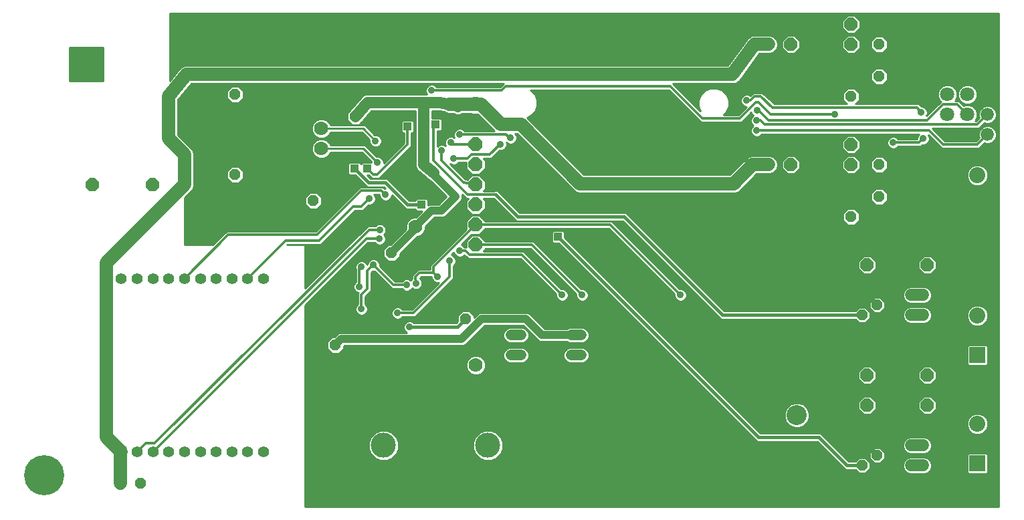
<source format=gbl>
G75*
%MOIN*%
%OFA0B0*%
%FSLAX25Y25*%
%IPPOS*%
%LPD*%
%AMOC8*
5,1,8,0,0,1.08239X$1,22.5*
%
%ADD10OC8,0.05600*%
%ADD11C,0.10000*%
%ADD12OC8,0.10000*%
%ADD13OC8,0.07000*%
%ADD14C,0.07000*%
%ADD15C,0.05200*%
%ADD16R,0.08000X0.08000*%
%ADD17C,0.08000*%
%ADD18OC8,0.06600*%
%ADD19C,0.05600*%
%ADD20R,0.05600X0.05600*%
%ADD21R,0.15600X0.15600*%
%ADD22C,0.12500*%
%ADD23C,0.07087*%
%ADD24C,0.06000*%
%ADD25OC8,0.05200*%
%ADD26C,0.06600*%
%ADD27C,0.03962*%
%ADD28C,0.01600*%
%ADD29C,0.01000*%
%ADD30C,0.20000*%
%ADD31C,0.06600*%
%ADD32C,0.05600*%
%ADD33C,0.04000*%
%ADD34C,0.03569*%
%ADD35C,0.01200*%
%ADD36R,0.03962X0.03962*%
D10*
X0059000Y0042500D03*
X0069000Y0042500D03*
X0166000Y0101500D03*
X0166000Y0111500D03*
X0231000Y0124500D03*
X0231000Y0134500D03*
X0194000Y0157500D03*
X0184000Y0157500D03*
X0155000Y0183500D03*
X0145000Y0183500D03*
X0116000Y0196500D03*
X0116000Y0206500D03*
X0091000Y0206500D03*
X0091000Y0216500D03*
X0116000Y0226500D03*
X0116000Y0236500D03*
X0176000Y0225500D03*
X0186000Y0225500D03*
X0223000Y0221500D03*
X0223000Y0231500D03*
X0215000Y0197500D03*
X0215000Y0187500D03*
X0382000Y0201500D03*
X0382000Y0211500D03*
X0423000Y0235500D03*
X0437000Y0235500D03*
X0437000Y0245500D03*
X0423000Y0245500D03*
X0437000Y0261500D03*
X0437000Y0271500D03*
X0382000Y0271500D03*
X0382000Y0261500D03*
X0437000Y0211500D03*
X0437000Y0201500D03*
X0437000Y0185500D03*
X0423000Y0185500D03*
X0423000Y0175500D03*
X0437000Y0175500D03*
D11*
X0396000Y0076500D03*
D12*
X0396000Y0056500D03*
D13*
X0226000Y0101500D03*
X0236000Y0161500D03*
X0236000Y0171500D03*
X0236000Y0181500D03*
X0236000Y0191500D03*
X0236000Y0201500D03*
X0236000Y0211500D03*
X0236000Y0221500D03*
X0236000Y0231500D03*
X0216000Y0170500D03*
D14*
X0206000Y0170500D03*
X0159000Y0209500D03*
X0159000Y0219500D03*
X0236000Y0101500D03*
D15*
X0253400Y0106500D02*
X0258600Y0106500D01*
X0258600Y0116500D02*
X0253400Y0116500D01*
X0283400Y0116500D02*
X0288600Y0116500D01*
X0288600Y0106500D02*
X0283400Y0106500D01*
D16*
X0486000Y0106500D03*
X0486000Y0052500D03*
X0486000Y0176500D03*
D17*
X0486000Y0196185D03*
X0486000Y0126185D03*
X0486000Y0072185D03*
D18*
X0461000Y0081500D03*
X0461000Y0096500D03*
X0431000Y0096500D03*
X0431000Y0081500D03*
X0431000Y0151500D03*
X0461000Y0151500D03*
X0423000Y0201500D03*
X0423000Y0211500D03*
X0393000Y0211500D03*
X0393000Y0201500D03*
X0393000Y0261500D03*
X0393000Y0271500D03*
X0423000Y0271500D03*
X0423000Y0261500D03*
X0075000Y0191500D03*
X0045000Y0191500D03*
D19*
X0059346Y0144807D03*
X0067220Y0144807D03*
X0075094Y0144807D03*
X0082969Y0144807D03*
X0090843Y0144807D03*
X0098717Y0144807D03*
X0106591Y0144807D03*
X0114465Y0144807D03*
X0122339Y0144807D03*
X0130213Y0144807D03*
X0130213Y0058193D03*
X0122339Y0058193D03*
X0114465Y0058193D03*
X0106591Y0058193D03*
X0098717Y0058193D03*
X0090843Y0058193D03*
X0082969Y0058193D03*
X0075094Y0058193D03*
X0067220Y0058193D03*
D20*
X0059346Y0058193D03*
D21*
X0216000Y0061500D03*
D22*
X0190000Y0061500D03*
X0242000Y0061500D03*
D23*
X0471000Y0216500D03*
X0481000Y0216500D03*
X0481000Y0226500D03*
X0471000Y0226500D03*
X0471000Y0236500D03*
X0481000Y0236500D03*
D24*
X0459000Y0136500D02*
X0453000Y0136500D01*
X0453000Y0126500D02*
X0459000Y0126500D01*
X0459000Y0116500D02*
X0453000Y0116500D01*
X0453000Y0061500D02*
X0459000Y0061500D01*
X0459000Y0051500D02*
X0453000Y0051500D01*
X0453000Y0041500D02*
X0459000Y0041500D01*
D25*
X0436000Y0046500D03*
X0428500Y0051500D03*
X0436000Y0056500D03*
X0436000Y0121500D03*
X0428500Y0126500D03*
X0436000Y0131500D03*
D26*
X0491000Y0216500D03*
X0491000Y0226500D03*
X0491000Y0236500D03*
D27*
X0466000Y0252000D03*
X0466000Y0262000D03*
X0406000Y0241500D03*
X0346000Y0201000D03*
X0336000Y0201000D03*
X0326000Y0201000D03*
X0316000Y0201000D03*
X0306000Y0201000D03*
X0296000Y0201000D03*
X0296000Y0181000D03*
X0306000Y0181000D03*
X0316000Y0181000D03*
X0326000Y0181000D03*
X0336000Y0181000D03*
X0346000Y0181000D03*
X0386000Y0152000D03*
X0406000Y0181500D03*
X0321000Y0227000D03*
X0311000Y0227000D03*
X0301000Y0227000D03*
X0291000Y0227000D03*
X0286000Y0261000D03*
X0306000Y0261000D03*
X0326000Y0261000D03*
X0221000Y0256000D03*
X0161000Y0256000D03*
X0205000Y0198500D03*
X0188000Y0180000D03*
X0170000Y0186500D03*
X0145000Y0171000D03*
X0138000Y0171000D03*
X0131000Y0171000D03*
X0124000Y0171000D03*
X0154000Y0149000D03*
X0159000Y0154000D03*
X0164000Y0158000D03*
X0166000Y0138000D03*
X0161000Y0134000D03*
X0156000Y0130000D03*
X0195000Y0135000D03*
X0326000Y0127000D03*
X0345000Y0127000D03*
X0346000Y0106000D03*
X0326000Y0106000D03*
X0166000Y0042000D03*
X0048000Y0247000D03*
X0048000Y0257500D03*
D28*
X0050000Y0258284D02*
X0034000Y0258284D01*
X0034000Y0259500D02*
X0034000Y0243500D01*
X0050000Y0243500D01*
X0050000Y0259500D01*
X0034000Y0259500D01*
X0034000Y0256686D02*
X0050000Y0256686D01*
X0050000Y0255087D02*
X0034000Y0255087D01*
X0034000Y0253489D02*
X0050000Y0253489D01*
X0050000Y0251890D02*
X0034000Y0251890D01*
X0034000Y0250292D02*
X0050000Y0250292D01*
X0050000Y0248693D02*
X0034000Y0248693D01*
X0034000Y0247095D02*
X0050000Y0247095D01*
X0050000Y0245496D02*
X0034000Y0245496D01*
X0034000Y0243898D02*
X0050000Y0243898D01*
X0175600Y0199500D02*
X0182600Y0192500D01*
X0191000Y0192500D01*
X0202000Y0181500D01*
X0209000Y0181500D01*
X0246000Y0186500D02*
X0257000Y0175500D01*
X0310000Y0175500D01*
X0359000Y0126500D01*
X0428500Y0126500D01*
X0407000Y0065500D02*
X0377000Y0065500D01*
X0277000Y0165500D01*
X0231000Y0124500D02*
X0227000Y0120500D01*
X0203000Y0120500D01*
X0407000Y0065500D02*
X0421000Y0051500D01*
X0428500Y0051500D01*
D29*
X0432400Y0051463D02*
X0448700Y0051463D01*
X0448700Y0050645D02*
X0449355Y0049064D01*
X0450564Y0047855D01*
X0452145Y0047200D01*
X0459855Y0047200D01*
X0461436Y0047855D01*
X0462645Y0049064D01*
X0463300Y0050645D01*
X0463300Y0052355D01*
X0462645Y0053936D01*
X0461436Y0055145D01*
X0459855Y0055800D01*
X0452145Y0055800D01*
X0450564Y0055145D01*
X0449355Y0053936D01*
X0448700Y0052355D01*
X0448700Y0050645D01*
X0448775Y0050464D02*
X0432400Y0050464D01*
X0432400Y0049885D02*
X0430115Y0047600D01*
X0426885Y0047600D01*
X0425085Y0049400D01*
X0420130Y0049400D01*
X0406130Y0063400D01*
X0376130Y0063400D01*
X0277311Y0162219D01*
X0274480Y0162219D01*
X0273719Y0162980D01*
X0273719Y0168020D01*
X0274480Y0168781D01*
X0279520Y0168781D01*
X0280281Y0168020D01*
X0280281Y0165189D01*
X0377870Y0067600D01*
X0407870Y0067600D01*
X0409100Y0066370D01*
X0421870Y0053600D01*
X0425085Y0053600D01*
X0426885Y0055400D01*
X0430115Y0055400D01*
X0432400Y0053115D01*
X0432400Y0049885D01*
X0431981Y0049466D02*
X0449188Y0049466D01*
X0449952Y0048467D02*
X0430983Y0048467D01*
X0426017Y0048467D02*
X0151000Y0048467D01*
X0151000Y0047469D02*
X0451496Y0047469D01*
X0448744Y0052461D02*
X0432400Y0052461D01*
X0432056Y0053460D02*
X0433525Y0053460D01*
X0434385Y0052600D02*
X0437615Y0052600D01*
X0439900Y0054885D01*
X0439900Y0058115D01*
X0437615Y0060400D01*
X0434385Y0060400D01*
X0432100Y0058115D01*
X0432100Y0054885D01*
X0434385Y0052600D01*
X0432526Y0054458D02*
X0431057Y0054458D01*
X0432100Y0055457D02*
X0420013Y0055457D01*
X0419014Y0056455D02*
X0432100Y0056455D01*
X0432100Y0057454D02*
X0418016Y0057454D01*
X0417017Y0058452D02*
X0432437Y0058452D01*
X0433435Y0059451D02*
X0416019Y0059451D01*
X0415020Y0060449D02*
X0448781Y0060449D01*
X0448700Y0060645D02*
X0449355Y0059064D01*
X0450564Y0057855D01*
X0452145Y0057200D01*
X0459855Y0057200D01*
X0461436Y0057855D01*
X0462645Y0059064D01*
X0463300Y0060645D01*
X0463300Y0062355D01*
X0462645Y0063936D01*
X0461436Y0065145D01*
X0459855Y0065800D01*
X0452145Y0065800D01*
X0450564Y0065145D01*
X0449355Y0063936D01*
X0448700Y0062355D01*
X0448700Y0060645D01*
X0448700Y0061448D02*
X0414022Y0061448D01*
X0413023Y0062446D02*
X0448738Y0062446D01*
X0449151Y0063445D02*
X0412025Y0063445D01*
X0411026Y0064443D02*
X0449862Y0064443D01*
X0451280Y0065442D02*
X0410028Y0065442D01*
X0409029Y0066440D02*
X0496500Y0066440D01*
X0496500Y0065442D02*
X0460720Y0065442D01*
X0462138Y0064443D02*
X0496500Y0064443D01*
X0496500Y0063445D02*
X0462849Y0063445D01*
X0463262Y0062446D02*
X0496500Y0062446D01*
X0496500Y0061448D02*
X0463300Y0061448D01*
X0463219Y0060449D02*
X0496500Y0060449D01*
X0496500Y0059451D02*
X0462805Y0059451D01*
X0462033Y0058452D02*
X0496500Y0058452D01*
X0496500Y0057454D02*
X0490885Y0057454D01*
X0490538Y0057800D02*
X0491300Y0057038D01*
X0491300Y0047962D01*
X0490538Y0047200D01*
X0481462Y0047200D01*
X0480700Y0047962D01*
X0480700Y0057038D01*
X0481462Y0057800D01*
X0490538Y0057800D01*
X0491300Y0056455D02*
X0496500Y0056455D01*
X0496500Y0055457D02*
X0491300Y0055457D01*
X0491300Y0054458D02*
X0496500Y0054458D01*
X0496500Y0053460D02*
X0491300Y0053460D01*
X0491300Y0052461D02*
X0496500Y0052461D01*
X0496500Y0051463D02*
X0491300Y0051463D01*
X0491300Y0050464D02*
X0496500Y0050464D01*
X0496500Y0049466D02*
X0491300Y0049466D01*
X0491300Y0048467D02*
X0496500Y0048467D01*
X0496500Y0047469D02*
X0490807Y0047469D01*
X0496500Y0046470D02*
X0151000Y0046470D01*
X0151000Y0045472D02*
X0496500Y0045472D01*
X0496500Y0044473D02*
X0151000Y0044473D01*
X0151000Y0043475D02*
X0496500Y0043475D01*
X0496500Y0042476D02*
X0151000Y0042476D01*
X0151000Y0041478D02*
X0496500Y0041478D01*
X0496500Y0040479D02*
X0151000Y0040479D01*
X0151000Y0039481D02*
X0496500Y0039481D01*
X0496500Y0038482D02*
X0151000Y0038482D01*
X0151000Y0037484D02*
X0496500Y0037484D01*
X0496500Y0036485D02*
X0151000Y0036485D01*
X0151000Y0035487D02*
X0496500Y0035487D01*
X0496500Y0034488D02*
X0151000Y0034488D01*
X0151000Y0033490D02*
X0496500Y0033490D01*
X0496500Y0032491D02*
X0151000Y0032491D01*
X0151000Y0031493D02*
X0496500Y0031493D01*
X0496500Y0031000D02*
X0151000Y0031000D01*
X0151000Y0131411D01*
X0182189Y0162600D01*
X0185538Y0162600D01*
X0186253Y0161885D01*
X0187386Y0161416D01*
X0188613Y0161416D01*
X0189747Y0161885D01*
X0190615Y0162753D01*
X0191084Y0163886D01*
X0191084Y0165113D01*
X0190615Y0166247D01*
X0190212Y0166650D01*
X0190815Y0167253D01*
X0191284Y0168386D01*
X0191284Y0169613D01*
X0190815Y0170747D01*
X0189947Y0171615D01*
X0188813Y0172084D01*
X0187586Y0172084D01*
X0186453Y0171615D01*
X0185738Y0170900D01*
X0183002Y0170900D01*
X0182217Y0170902D01*
X0182216Y0170900D01*
X0182213Y0170900D01*
X0181659Y0170346D01*
X0151000Y0139830D01*
X0151000Y0161500D01*
X0141718Y0161500D01*
X0141818Y0161600D01*
X0158787Y0161600D01*
X0159900Y0162713D01*
X0175787Y0178600D01*
X0179787Y0178600D01*
X0182603Y0181416D01*
X0183613Y0181416D01*
X0184747Y0181885D01*
X0185615Y0182753D01*
X0186084Y0183886D01*
X0186084Y0185113D01*
X0185615Y0186247D01*
X0185262Y0186600D01*
X0187916Y0186600D01*
X0187916Y0185886D01*
X0188385Y0184753D01*
X0189253Y0183885D01*
X0190386Y0183416D01*
X0191613Y0183416D01*
X0192747Y0183885D01*
X0193615Y0184753D01*
X0194084Y0185886D01*
X0194084Y0186446D01*
X0201130Y0179400D01*
X0205719Y0179400D01*
X0205719Y0178980D01*
X0206480Y0178219D01*
X0209052Y0178219D01*
X0206133Y0175300D01*
X0205045Y0175300D01*
X0203281Y0174569D01*
X0201931Y0173219D01*
X0201200Y0171455D01*
X0201200Y0169545D01*
X0201252Y0169419D01*
X0193433Y0161600D01*
X0192302Y0161600D01*
X0189900Y0159198D01*
X0189900Y0155802D01*
X0192302Y0153400D01*
X0195698Y0153400D01*
X0198100Y0155802D01*
X0198100Y0156933D01*
X0206867Y0165700D01*
X0206955Y0165700D01*
X0208719Y0166431D01*
X0210069Y0167781D01*
X0210800Y0169545D01*
X0210800Y0170633D01*
X0215367Y0175200D01*
X0219656Y0175200D01*
X0220869Y0175702D01*
X0221798Y0176631D01*
X0227869Y0182702D01*
X0227869Y0182702D01*
X0228798Y0183631D01*
X0229300Y0184844D01*
X0229300Y0186156D01*
X0229048Y0186765D01*
X0231213Y0184600D01*
X0232312Y0184600D01*
X0231200Y0183488D01*
X0231200Y0179512D01*
X0234012Y0176700D01*
X0237988Y0176700D01*
X0240800Y0179512D01*
X0240800Y0183488D01*
X0239688Y0184600D01*
X0244930Y0184600D01*
X0254900Y0174630D01*
X0256130Y0173400D01*
X0309130Y0173400D01*
X0358130Y0124400D01*
X0425085Y0124400D01*
X0426885Y0122600D01*
X0430115Y0122600D01*
X0432400Y0124885D01*
X0432400Y0128115D01*
X0430115Y0130400D01*
X0426885Y0130400D01*
X0425085Y0128600D01*
X0359870Y0128600D01*
X0312100Y0176370D01*
X0310870Y0177600D01*
X0257870Y0177600D01*
X0246870Y0188600D01*
X0245130Y0188600D01*
X0244930Y0188400D01*
X0239688Y0188400D01*
X0240800Y0189512D01*
X0240800Y0193488D01*
X0237988Y0196300D01*
X0234012Y0196300D01*
X0231833Y0194121D01*
X0230913Y0194274D01*
X0223336Y0201851D01*
X0224386Y0201416D01*
X0225613Y0201416D01*
X0226747Y0201885D01*
X0227462Y0202600D01*
X0231200Y0202600D01*
X0231200Y0199512D01*
X0234012Y0196700D01*
X0237988Y0196700D01*
X0240800Y0199512D01*
X0240800Y0203488D01*
X0239688Y0204600D01*
X0242991Y0204600D01*
X0243769Y0204593D01*
X0243776Y0204600D01*
X0243787Y0204600D01*
X0244337Y0205150D01*
X0247869Y0208616D01*
X0248913Y0208616D01*
X0250047Y0209085D01*
X0250915Y0209953D01*
X0251384Y0211086D01*
X0251384Y0212313D01*
X0251285Y0212553D01*
X0251553Y0212285D01*
X0252686Y0211816D01*
X0253913Y0211816D01*
X0255047Y0212285D01*
X0255915Y0213153D01*
X0256384Y0214286D01*
X0256384Y0215513D01*
X0255915Y0216647D01*
X0255662Y0216900D01*
X0256595Y0216900D01*
X0284100Y0189394D01*
X0285394Y0188100D01*
X0287085Y0187400D01*
X0365415Y0187400D01*
X0367106Y0188100D01*
X0375905Y0196900D01*
X0382915Y0196900D01*
X0384606Y0197600D01*
X0385900Y0198894D01*
X0386600Y0200585D01*
X0386600Y0202415D01*
X0385900Y0204106D01*
X0384606Y0205400D01*
X0382915Y0206100D01*
X0373085Y0206100D01*
X0371394Y0205400D01*
X0370100Y0204106D01*
X0362595Y0196600D01*
X0289905Y0196600D01*
X0262400Y0224106D01*
X0261435Y0225071D01*
X0263270Y0225831D01*
X0265394Y0227955D01*
X0266543Y0230730D01*
X0266543Y0233734D01*
X0265394Y0236510D01*
X0263303Y0238600D01*
X0332213Y0238600D01*
X0347100Y0223713D01*
X0348213Y0222600D01*
X0368287Y0222600D01*
X0369400Y0223713D01*
X0373179Y0227492D01*
X0373485Y0226753D01*
X0374188Y0226050D01*
X0373385Y0225247D01*
X0372916Y0224113D01*
X0372916Y0222886D01*
X0373385Y0221753D01*
X0374138Y0221000D01*
X0373385Y0220247D01*
X0372916Y0219113D01*
X0372916Y0217886D01*
X0373385Y0216753D01*
X0374253Y0215885D01*
X0375386Y0215416D01*
X0376613Y0215416D01*
X0377747Y0215885D01*
X0378462Y0216600D01*
X0456738Y0216600D01*
X0456385Y0216247D01*
X0455916Y0215113D01*
X0455916Y0214400D01*
X0446462Y0214400D01*
X0445747Y0215115D01*
X0444613Y0215584D01*
X0443386Y0215584D01*
X0442253Y0215115D01*
X0441385Y0214247D01*
X0440916Y0213113D01*
X0440916Y0211886D01*
X0441385Y0210753D01*
X0442253Y0209885D01*
X0443386Y0209416D01*
X0444613Y0209416D01*
X0445747Y0209885D01*
X0446462Y0210600D01*
X0457787Y0210600D01*
X0458603Y0211416D01*
X0459613Y0211416D01*
X0460747Y0211885D01*
X0461615Y0212753D01*
X0462084Y0213886D01*
X0462084Y0215113D01*
X0461649Y0216164D01*
X0467100Y0210713D01*
X0468213Y0209600D01*
X0486787Y0209600D01*
X0489379Y0212192D01*
X0490085Y0211900D01*
X0491915Y0211900D01*
X0493606Y0212600D01*
X0494900Y0213894D01*
X0495600Y0215585D01*
X0495600Y0217415D01*
X0494900Y0219106D01*
X0493606Y0220400D01*
X0491915Y0221100D01*
X0490085Y0221100D01*
X0488394Y0220400D01*
X0487100Y0219106D01*
X0486400Y0217415D01*
X0486400Y0215585D01*
X0486692Y0214879D01*
X0485213Y0213400D01*
X0469787Y0213400D01*
X0463587Y0219600D01*
X0486787Y0219600D01*
X0489379Y0222192D01*
X0490085Y0221900D01*
X0491915Y0221900D01*
X0493606Y0222600D01*
X0494900Y0223894D01*
X0495600Y0225585D01*
X0495600Y0227415D01*
X0494900Y0229106D01*
X0493606Y0230400D01*
X0491915Y0231100D01*
X0490085Y0231100D01*
X0488394Y0230400D01*
X0487100Y0229106D01*
X0486400Y0227415D01*
X0486400Y0225585D01*
X0486692Y0224879D01*
X0485213Y0223400D01*
X0484749Y0223400D01*
X0485106Y0223756D01*
X0485843Y0225537D01*
X0485843Y0227463D01*
X0485106Y0229244D01*
X0483744Y0230606D01*
X0481963Y0231343D01*
X0480037Y0231343D01*
X0479193Y0230994D01*
X0476787Y0233400D01*
X0474749Y0233400D01*
X0475106Y0233756D01*
X0475843Y0235537D01*
X0475843Y0237463D01*
X0475106Y0239244D01*
X0473744Y0240606D01*
X0471963Y0241343D01*
X0470037Y0241343D01*
X0468256Y0240606D01*
X0466894Y0239244D01*
X0466157Y0237463D01*
X0466157Y0235537D01*
X0466894Y0233756D01*
X0467732Y0232919D01*
X0467100Y0232287D01*
X0460649Y0225836D01*
X0461084Y0226886D01*
X0461084Y0228113D01*
X0460615Y0229247D01*
X0459747Y0230115D01*
X0458613Y0230584D01*
X0457966Y0230584D01*
X0457900Y0230666D01*
X0457900Y0230787D01*
X0457418Y0231269D01*
X0456992Y0231801D01*
X0456872Y0231815D01*
X0456787Y0231900D01*
X0456105Y0231900D01*
X0455428Y0231975D01*
X0455334Y0231900D01*
X0425198Y0231900D01*
X0427100Y0233802D01*
X0427100Y0237198D01*
X0424698Y0239600D01*
X0421302Y0239600D01*
X0418900Y0237198D01*
X0418900Y0233802D01*
X0420802Y0231900D01*
X0384739Y0231900D01*
X0379314Y0236873D01*
X0378787Y0237400D01*
X0378739Y0237400D01*
X0378704Y0237432D01*
X0377959Y0237400D01*
X0374213Y0237400D01*
X0373100Y0236287D01*
X0372837Y0236024D01*
X0372747Y0236115D01*
X0371613Y0236584D01*
X0370386Y0236584D01*
X0369253Y0236115D01*
X0368385Y0235247D01*
X0367916Y0234113D01*
X0367916Y0232886D01*
X0368385Y0231753D01*
X0369253Y0230885D01*
X0370386Y0230416D01*
X0370729Y0230416D01*
X0366713Y0226400D01*
X0359351Y0226400D01*
X0360906Y0227955D01*
X0362055Y0230730D01*
X0362055Y0233734D01*
X0360906Y0236510D01*
X0358781Y0238634D01*
X0356006Y0239783D01*
X0353002Y0239783D01*
X0350227Y0238634D01*
X0348102Y0236510D01*
X0346953Y0233734D01*
X0346953Y0230730D01*
X0348011Y0228176D01*
X0334287Y0241900D01*
X0363445Y0241900D01*
X0363795Y0241814D01*
X0364352Y0241900D01*
X0364915Y0241900D01*
X0365248Y0242038D01*
X0365604Y0242093D01*
X0366085Y0242385D01*
X0366606Y0242600D01*
X0366860Y0242855D01*
X0367168Y0243042D01*
X0367501Y0243496D01*
X0367900Y0243894D01*
X0368038Y0244227D01*
X0377331Y0256900D01*
X0382915Y0256900D01*
X0384606Y0257600D01*
X0385900Y0258894D01*
X0386600Y0260585D01*
X0386600Y0262415D01*
X0385900Y0264106D01*
X0384606Y0265400D01*
X0382915Y0266100D01*
X0375555Y0266100D01*
X0375205Y0266186D01*
X0374648Y0266100D01*
X0374085Y0266100D01*
X0373752Y0265962D01*
X0373396Y0265907D01*
X0372915Y0265615D01*
X0372394Y0265400D01*
X0372140Y0265145D01*
X0371832Y0264958D01*
X0371499Y0264504D01*
X0371100Y0264106D01*
X0370962Y0263773D01*
X0361669Y0251100D01*
X0092679Y0251100D01*
X0092453Y0251168D01*
X0091771Y0251100D01*
X0091085Y0251100D01*
X0090867Y0251010D01*
X0090632Y0250986D01*
X0090028Y0250662D01*
X0089394Y0250400D01*
X0089227Y0250233D01*
X0089019Y0250121D01*
X0088585Y0249590D01*
X0088100Y0249106D01*
X0088010Y0248887D01*
X0083500Y0243375D01*
X0083500Y0277000D01*
X0496500Y0277000D01*
X0496500Y0031000D01*
X0481193Y0047469D02*
X0460504Y0047469D01*
X0462048Y0048467D02*
X0480700Y0048467D01*
X0480700Y0049466D02*
X0462812Y0049466D01*
X0463225Y0050464D02*
X0480700Y0050464D01*
X0480700Y0051463D02*
X0463300Y0051463D01*
X0463256Y0052461D02*
X0480700Y0052461D01*
X0480700Y0053460D02*
X0462842Y0053460D01*
X0462123Y0054458D02*
X0480700Y0054458D01*
X0480700Y0055457D02*
X0460684Y0055457D01*
X0460468Y0057454D02*
X0481115Y0057454D01*
X0480700Y0056455D02*
X0439900Y0056455D01*
X0439900Y0055457D02*
X0451316Y0055457D01*
X0449877Y0054458D02*
X0439474Y0054458D01*
X0438475Y0053460D02*
X0449158Y0053460D01*
X0451532Y0057454D02*
X0439900Y0057454D01*
X0439563Y0058452D02*
X0449967Y0058452D01*
X0449194Y0059451D02*
X0438565Y0059451D01*
X0425943Y0054458D02*
X0421012Y0054458D01*
X0418067Y0051463D02*
X0151000Y0051463D01*
X0151000Y0052461D02*
X0417069Y0052461D01*
X0416070Y0053460D02*
X0151000Y0053460D01*
X0151000Y0054458D02*
X0187271Y0054458D01*
X0188498Y0053950D02*
X0191502Y0053950D01*
X0194277Y0055099D01*
X0196401Y0057223D01*
X0197550Y0059998D01*
X0197550Y0063002D01*
X0196401Y0065777D01*
X0194277Y0067901D01*
X0191502Y0069050D01*
X0188498Y0069050D01*
X0185723Y0067901D01*
X0183599Y0065777D01*
X0182450Y0063002D01*
X0182450Y0059998D01*
X0183599Y0057223D01*
X0185723Y0055099D01*
X0188498Y0053950D01*
X0185366Y0055457D02*
X0151000Y0055457D01*
X0151000Y0056455D02*
X0184367Y0056455D01*
X0183504Y0057454D02*
X0151000Y0057454D01*
X0151000Y0058452D02*
X0183090Y0058452D01*
X0182677Y0059451D02*
X0151000Y0059451D01*
X0151000Y0060449D02*
X0182450Y0060449D01*
X0182450Y0061448D02*
X0151000Y0061448D01*
X0151000Y0062446D02*
X0182450Y0062446D01*
X0182634Y0063445D02*
X0151000Y0063445D01*
X0151000Y0064443D02*
X0183047Y0064443D01*
X0183461Y0065442D02*
X0151000Y0065442D01*
X0151000Y0066440D02*
X0184263Y0066440D01*
X0185262Y0067439D02*
X0151000Y0067439D01*
X0151000Y0068437D02*
X0187019Y0068437D01*
X0192981Y0068437D02*
X0239019Y0068437D01*
X0237723Y0067901D02*
X0235599Y0065777D01*
X0234450Y0063002D01*
X0234450Y0059998D01*
X0235599Y0057223D01*
X0237723Y0055099D01*
X0240498Y0053950D01*
X0243502Y0053950D01*
X0246277Y0055099D01*
X0248401Y0057223D01*
X0249550Y0059998D01*
X0249550Y0063002D01*
X0248401Y0065777D01*
X0246277Y0067901D01*
X0243502Y0069050D01*
X0240498Y0069050D01*
X0237723Y0067901D01*
X0237262Y0067439D02*
X0194738Y0067439D01*
X0195737Y0066440D02*
X0236263Y0066440D01*
X0235461Y0065442D02*
X0196539Y0065442D01*
X0196953Y0064443D02*
X0235047Y0064443D01*
X0234634Y0063445D02*
X0197366Y0063445D01*
X0197550Y0062446D02*
X0234450Y0062446D01*
X0234450Y0061448D02*
X0197550Y0061448D01*
X0197550Y0060449D02*
X0234450Y0060449D01*
X0234677Y0059451D02*
X0197323Y0059451D01*
X0196910Y0058452D02*
X0235090Y0058452D01*
X0235504Y0057454D02*
X0196496Y0057454D01*
X0195633Y0056455D02*
X0236367Y0056455D01*
X0237366Y0055457D02*
X0194634Y0055457D01*
X0192729Y0054458D02*
X0239271Y0054458D01*
X0244729Y0054458D02*
X0415072Y0054458D01*
X0414073Y0055457D02*
X0246634Y0055457D01*
X0247633Y0056455D02*
X0413075Y0056455D01*
X0412076Y0057454D02*
X0248496Y0057454D01*
X0248910Y0058452D02*
X0411078Y0058452D01*
X0410079Y0059451D02*
X0249323Y0059451D01*
X0249550Y0060449D02*
X0409081Y0060449D01*
X0408082Y0061448D02*
X0249550Y0061448D01*
X0249550Y0062446D02*
X0407084Y0062446D01*
X0408031Y0067439D02*
X0483608Y0067439D01*
X0482998Y0067692D02*
X0484946Y0066885D01*
X0487054Y0066885D01*
X0489002Y0067692D01*
X0490493Y0069183D01*
X0491300Y0071131D01*
X0491300Y0073239D01*
X0490493Y0075187D01*
X0489002Y0076678D01*
X0487054Y0077485D01*
X0484946Y0077485D01*
X0482998Y0076678D01*
X0481507Y0075187D01*
X0480700Y0073239D01*
X0480700Y0071131D01*
X0481507Y0069183D01*
X0482998Y0067692D01*
X0482252Y0068437D02*
X0377032Y0068437D01*
X0376034Y0069436D02*
X0481402Y0069436D01*
X0480988Y0070434D02*
X0397819Y0070434D01*
X0397253Y0070200D02*
X0399569Y0071159D01*
X0401341Y0072931D01*
X0402300Y0075247D01*
X0402300Y0077753D01*
X0401341Y0080069D01*
X0399569Y0081841D01*
X0397253Y0082800D01*
X0394747Y0082800D01*
X0392431Y0081841D01*
X0390659Y0080069D01*
X0389700Y0077753D01*
X0389700Y0075247D01*
X0390659Y0072931D01*
X0392431Y0071159D01*
X0394747Y0070200D01*
X0397253Y0070200D01*
X0399843Y0071433D02*
X0480700Y0071433D01*
X0480700Y0072432D02*
X0400841Y0072432D01*
X0401547Y0073430D02*
X0480779Y0073430D01*
X0481193Y0074429D02*
X0401961Y0074429D01*
X0402300Y0075427D02*
X0481747Y0075427D01*
X0482745Y0076426D02*
X0402300Y0076426D01*
X0402300Y0077424D02*
X0428571Y0077424D01*
X0429095Y0076900D02*
X0432905Y0076900D01*
X0435600Y0079595D01*
X0435600Y0083405D01*
X0432905Y0086100D01*
X0429095Y0086100D01*
X0426400Y0083405D01*
X0426400Y0079595D01*
X0429095Y0076900D01*
X0427572Y0078423D02*
X0402023Y0078423D01*
X0401609Y0079421D02*
X0426574Y0079421D01*
X0426400Y0080420D02*
X0400990Y0080420D01*
X0399991Y0081418D02*
X0426400Y0081418D01*
X0426400Y0082417D02*
X0398179Y0082417D01*
X0393821Y0082417D02*
X0363053Y0082417D01*
X0362055Y0083415D02*
X0426410Y0083415D01*
X0427408Y0084414D02*
X0361056Y0084414D01*
X0360058Y0085412D02*
X0428407Y0085412D01*
X0433593Y0085412D02*
X0458407Y0085412D01*
X0459095Y0086100D02*
X0456400Y0083405D01*
X0456400Y0079595D01*
X0459095Y0076900D01*
X0462905Y0076900D01*
X0465600Y0079595D01*
X0465600Y0083405D01*
X0462905Y0086100D01*
X0459095Y0086100D01*
X0457408Y0084414D02*
X0434592Y0084414D01*
X0435590Y0083415D02*
X0456410Y0083415D01*
X0456400Y0082417D02*
X0435600Y0082417D01*
X0435600Y0081418D02*
X0456400Y0081418D01*
X0456400Y0080420D02*
X0435600Y0080420D01*
X0435426Y0079421D02*
X0456574Y0079421D01*
X0457572Y0078423D02*
X0434428Y0078423D01*
X0433429Y0077424D02*
X0458571Y0077424D01*
X0463429Y0077424D02*
X0484799Y0077424D01*
X0487201Y0077424D02*
X0496500Y0077424D01*
X0496500Y0076426D02*
X0489255Y0076426D01*
X0490253Y0075427D02*
X0496500Y0075427D01*
X0496500Y0074429D02*
X0490807Y0074429D01*
X0491221Y0073430D02*
X0496500Y0073430D01*
X0496500Y0072432D02*
X0491300Y0072432D01*
X0491300Y0071433D02*
X0496500Y0071433D01*
X0496500Y0070434D02*
X0491012Y0070434D01*
X0490598Y0069436D02*
X0496500Y0069436D01*
X0496500Y0068437D02*
X0489748Y0068437D01*
X0488392Y0067439D02*
X0496500Y0067439D01*
X0496500Y0078423D02*
X0464428Y0078423D01*
X0465426Y0079421D02*
X0496500Y0079421D01*
X0496500Y0080420D02*
X0465600Y0080420D01*
X0465600Y0081418D02*
X0496500Y0081418D01*
X0496500Y0082417D02*
X0465600Y0082417D01*
X0465590Y0083415D02*
X0496500Y0083415D01*
X0496500Y0084414D02*
X0464592Y0084414D01*
X0463593Y0085412D02*
X0496500Y0085412D01*
X0496500Y0086411D02*
X0359059Y0086411D01*
X0358061Y0087409D02*
X0496500Y0087409D01*
X0496500Y0088408D02*
X0357062Y0088408D01*
X0356064Y0089406D02*
X0496500Y0089406D01*
X0496500Y0090405D02*
X0355065Y0090405D01*
X0354067Y0091403D02*
X0496500Y0091403D01*
X0496500Y0092402D02*
X0463407Y0092402D01*
X0462905Y0091900D02*
X0465600Y0094595D01*
X0465600Y0098405D01*
X0462905Y0101100D01*
X0459095Y0101100D01*
X0456400Y0098405D01*
X0456400Y0094595D01*
X0459095Y0091900D01*
X0462905Y0091900D01*
X0464406Y0093400D02*
X0496500Y0093400D01*
X0496500Y0094399D02*
X0465404Y0094399D01*
X0465600Y0095397D02*
X0496500Y0095397D01*
X0496500Y0096396D02*
X0465600Y0096396D01*
X0465600Y0097394D02*
X0496500Y0097394D01*
X0496500Y0098393D02*
X0465600Y0098393D01*
X0464614Y0099391D02*
X0496500Y0099391D01*
X0496500Y0100390D02*
X0463616Y0100390D01*
X0458384Y0100390D02*
X0433616Y0100390D01*
X0432905Y0101100D02*
X0429095Y0101100D01*
X0426400Y0098405D01*
X0426400Y0094595D01*
X0429095Y0091900D01*
X0432905Y0091900D01*
X0435600Y0094595D01*
X0435600Y0098405D01*
X0432905Y0101100D01*
X0434614Y0099391D02*
X0457386Y0099391D01*
X0456400Y0098393D02*
X0435600Y0098393D01*
X0435600Y0097394D02*
X0456400Y0097394D01*
X0456400Y0096396D02*
X0435600Y0096396D01*
X0435600Y0095397D02*
X0456400Y0095397D01*
X0456596Y0094399D02*
X0435404Y0094399D01*
X0434406Y0093400D02*
X0457594Y0093400D01*
X0458593Y0092402D02*
X0433407Y0092402D01*
X0428593Y0092402D02*
X0353068Y0092402D01*
X0352070Y0093400D02*
X0427594Y0093400D01*
X0426596Y0094399D02*
X0351071Y0094399D01*
X0350073Y0095397D02*
X0426400Y0095397D01*
X0426400Y0096396D02*
X0349074Y0096396D01*
X0348076Y0097394D02*
X0426400Y0097394D01*
X0426400Y0098393D02*
X0347077Y0098393D01*
X0346079Y0099391D02*
X0427386Y0099391D01*
X0428384Y0100390D02*
X0345080Y0100390D01*
X0344081Y0101388D02*
X0481273Y0101388D01*
X0481462Y0101200D02*
X0490538Y0101200D01*
X0491300Y0101962D01*
X0491300Y0111038D01*
X0490538Y0111800D01*
X0481462Y0111800D01*
X0480700Y0111038D01*
X0480700Y0101962D01*
X0481462Y0101200D01*
X0480700Y0102387D02*
X0343083Y0102387D01*
X0342084Y0103385D02*
X0480700Y0103385D01*
X0480700Y0104384D02*
X0341086Y0104384D01*
X0340087Y0105382D02*
X0480700Y0105382D01*
X0480700Y0106381D02*
X0339089Y0106381D01*
X0338090Y0107379D02*
X0480700Y0107379D01*
X0480700Y0108378D02*
X0337092Y0108378D01*
X0336093Y0109376D02*
X0480700Y0109376D01*
X0480700Y0110375D02*
X0335095Y0110375D01*
X0334096Y0111373D02*
X0481035Y0111373D01*
X0490965Y0111373D02*
X0496500Y0111373D01*
X0496500Y0110375D02*
X0491300Y0110375D01*
X0491300Y0109376D02*
X0496500Y0109376D01*
X0496500Y0108378D02*
X0491300Y0108378D01*
X0491300Y0107379D02*
X0496500Y0107379D01*
X0496500Y0106381D02*
X0491300Y0106381D01*
X0491300Y0105382D02*
X0496500Y0105382D01*
X0496500Y0104384D02*
X0491300Y0104384D01*
X0491300Y0103385D02*
X0496500Y0103385D01*
X0496500Y0102387D02*
X0491300Y0102387D01*
X0490727Y0101388D02*
X0496500Y0101388D01*
X0496500Y0112372D02*
X0333098Y0112372D01*
X0332099Y0113370D02*
X0496500Y0113370D01*
X0496500Y0114369D02*
X0331101Y0114369D01*
X0330102Y0115368D02*
X0496500Y0115368D01*
X0496500Y0116366D02*
X0329104Y0116366D01*
X0328105Y0117365D02*
X0496500Y0117365D01*
X0496500Y0118363D02*
X0327107Y0118363D01*
X0326108Y0119362D02*
X0496500Y0119362D01*
X0496500Y0120360D02*
X0325110Y0120360D01*
X0324111Y0121359D02*
X0483803Y0121359D01*
X0482998Y0121692D02*
X0484946Y0120885D01*
X0487054Y0120885D01*
X0489002Y0121692D01*
X0490493Y0123183D01*
X0491300Y0125131D01*
X0491300Y0127239D01*
X0490493Y0129187D01*
X0489002Y0130678D01*
X0487054Y0131485D01*
X0484946Y0131485D01*
X0482998Y0130678D01*
X0481507Y0129187D01*
X0480700Y0127239D01*
X0480700Y0125131D01*
X0481507Y0123183D01*
X0482998Y0121692D01*
X0482333Y0122357D02*
X0460235Y0122357D01*
X0459855Y0122200D02*
X0461436Y0122855D01*
X0462645Y0124064D01*
X0463300Y0125645D01*
X0463300Y0127355D01*
X0462645Y0128936D01*
X0461436Y0130145D01*
X0459855Y0130800D01*
X0452145Y0130800D01*
X0450564Y0130145D01*
X0449355Y0128936D01*
X0448700Y0127355D01*
X0448700Y0125645D01*
X0449355Y0124064D01*
X0450564Y0122855D01*
X0452145Y0122200D01*
X0459855Y0122200D01*
X0461937Y0123356D02*
X0481435Y0123356D01*
X0481022Y0124354D02*
X0462765Y0124354D01*
X0463179Y0125353D02*
X0480700Y0125353D01*
X0480700Y0126351D02*
X0463300Y0126351D01*
X0463300Y0127350D02*
X0480746Y0127350D01*
X0481159Y0128348D02*
X0462889Y0128348D01*
X0462234Y0129347D02*
X0481666Y0129347D01*
X0482665Y0130345D02*
X0460953Y0130345D01*
X0460199Y0132342D02*
X0496500Y0132342D01*
X0496500Y0131344D02*
X0487395Y0131344D01*
X0489335Y0130345D02*
X0496500Y0130345D01*
X0496500Y0129347D02*
X0490334Y0129347D01*
X0490841Y0128348D02*
X0496500Y0128348D01*
X0496500Y0127350D02*
X0491254Y0127350D01*
X0491300Y0126351D02*
X0496500Y0126351D01*
X0496500Y0125353D02*
X0491300Y0125353D01*
X0490978Y0124354D02*
X0496500Y0124354D01*
X0496500Y0123356D02*
X0490565Y0123356D01*
X0489667Y0122357D02*
X0496500Y0122357D01*
X0496500Y0121359D02*
X0488197Y0121359D01*
X0484605Y0131344D02*
X0439900Y0131344D01*
X0439900Y0132342D02*
X0451801Y0132342D01*
X0452145Y0132200D02*
X0459855Y0132200D01*
X0461436Y0132855D01*
X0462645Y0134064D01*
X0463300Y0135645D01*
X0463300Y0137355D01*
X0462645Y0138936D01*
X0461436Y0140145D01*
X0459855Y0140800D01*
X0452145Y0140800D01*
X0450564Y0140145D01*
X0449355Y0138936D01*
X0448700Y0137355D01*
X0448700Y0135645D01*
X0449355Y0134064D01*
X0450564Y0132855D01*
X0452145Y0132200D01*
X0451047Y0130345D02*
X0439900Y0130345D01*
X0439900Y0129885D02*
X0439900Y0133115D01*
X0437615Y0135400D01*
X0434385Y0135400D01*
X0432100Y0133115D01*
X0432100Y0129885D01*
X0434385Y0127600D01*
X0437615Y0127600D01*
X0439900Y0129885D01*
X0439362Y0129347D02*
X0449766Y0129347D01*
X0449111Y0128348D02*
X0438364Y0128348D01*
X0433636Y0128348D02*
X0432167Y0128348D01*
X0432400Y0127350D02*
X0448700Y0127350D01*
X0448700Y0126351D02*
X0432400Y0126351D01*
X0432400Y0125353D02*
X0448821Y0125353D01*
X0449235Y0124354D02*
X0431870Y0124354D01*
X0430871Y0123356D02*
X0450063Y0123356D01*
X0451765Y0122357D02*
X0323113Y0122357D01*
X0322114Y0123356D02*
X0426129Y0123356D01*
X0425130Y0124354D02*
X0321116Y0124354D01*
X0320117Y0125353D02*
X0357178Y0125353D01*
X0356179Y0126351D02*
X0319119Y0126351D01*
X0318120Y0127350D02*
X0355180Y0127350D01*
X0354182Y0128348D02*
X0317122Y0128348D01*
X0316123Y0129347D02*
X0353183Y0129347D01*
X0352185Y0130345D02*
X0315125Y0130345D01*
X0314126Y0131344D02*
X0351186Y0131344D01*
X0350188Y0132342D02*
X0313128Y0132342D01*
X0312129Y0133341D02*
X0349189Y0133341D01*
X0348191Y0134339D02*
X0340201Y0134339D01*
X0340615Y0134753D02*
X0341084Y0135886D01*
X0341084Y0137113D01*
X0340615Y0138247D01*
X0339747Y0139115D01*
X0338613Y0139584D01*
X0337603Y0139584D01*
X0303787Y0173400D01*
X0240800Y0173400D01*
X0240800Y0173488D01*
X0237988Y0176300D01*
X0234012Y0176300D01*
X0231200Y0173488D01*
X0231200Y0169512D01*
X0231262Y0169449D01*
X0213100Y0151287D01*
X0213100Y0149400D01*
X0207213Y0149400D01*
X0206100Y0148287D01*
X0205164Y0147351D01*
X0205096Y0147347D01*
X0204615Y0146802D01*
X0204100Y0146287D01*
X0204100Y0146218D01*
X0204055Y0146167D01*
X0204100Y0145441D01*
X0204100Y0144713D01*
X0204149Y0144664D01*
X0204152Y0144613D01*
X0203585Y0144047D01*
X0203506Y0143856D01*
X0203247Y0144115D01*
X0202113Y0144584D01*
X0200886Y0144584D01*
X0199753Y0144115D01*
X0199038Y0143400D01*
X0195787Y0143400D01*
X0188084Y0151103D01*
X0188084Y0152113D01*
X0187615Y0153247D01*
X0186747Y0154115D01*
X0185613Y0154584D01*
X0184386Y0154584D01*
X0183253Y0154115D01*
X0182385Y0153247D01*
X0181916Y0152113D01*
X0181916Y0151520D01*
X0181615Y0152247D01*
X0180747Y0153115D01*
X0179613Y0153584D01*
X0178386Y0153584D01*
X0177253Y0153115D01*
X0176385Y0152247D01*
X0175916Y0151113D01*
X0175916Y0149886D01*
X0176100Y0149442D01*
X0176100Y0143162D01*
X0175385Y0142447D01*
X0174916Y0141313D01*
X0174916Y0140086D01*
X0175385Y0138953D01*
X0176253Y0138085D01*
X0177386Y0137616D01*
X0177429Y0137616D01*
X0177100Y0137287D01*
X0177100Y0131962D01*
X0176385Y0131247D01*
X0175916Y0130113D01*
X0175916Y0128886D01*
X0176385Y0127753D01*
X0177253Y0126885D01*
X0178386Y0126416D01*
X0179613Y0126416D01*
X0180747Y0126885D01*
X0181615Y0127753D01*
X0182084Y0128886D01*
X0182084Y0130113D01*
X0181615Y0131247D01*
X0180900Y0131962D01*
X0180900Y0135713D01*
X0182787Y0137600D01*
X0183900Y0138713D01*
X0183900Y0147713D01*
X0184603Y0148416D01*
X0185397Y0148416D01*
X0194213Y0139600D01*
X0199038Y0139600D01*
X0199753Y0138885D01*
X0200886Y0138416D01*
X0202113Y0138416D01*
X0203247Y0138885D01*
X0204115Y0139753D01*
X0204194Y0139944D01*
X0204453Y0139685D01*
X0205586Y0139216D01*
X0206813Y0139216D01*
X0207947Y0139685D01*
X0208815Y0140553D01*
X0209284Y0141686D01*
X0209284Y0142913D01*
X0208815Y0144047D01*
X0208024Y0144837D01*
X0208787Y0145600D01*
X0213916Y0145600D01*
X0213916Y0145086D01*
X0214385Y0143953D01*
X0215253Y0143085D01*
X0216386Y0142616D01*
X0217429Y0142616D01*
X0204213Y0129400D01*
X0199462Y0129400D01*
X0198747Y0130115D01*
X0197613Y0130584D01*
X0196386Y0130584D01*
X0195253Y0130115D01*
X0194385Y0129247D01*
X0193916Y0128113D01*
X0193916Y0126886D01*
X0194385Y0125753D01*
X0195253Y0124885D01*
X0196386Y0124416D01*
X0197613Y0124416D01*
X0198747Y0124885D01*
X0199462Y0125600D01*
X0205787Y0125600D01*
X0223787Y0143600D01*
X0224900Y0144713D01*
X0224900Y0151038D01*
X0225615Y0151753D01*
X0226084Y0152886D01*
X0226084Y0154113D01*
X0225615Y0155247D01*
X0224747Y0156115D01*
X0223725Y0156538D01*
X0224962Y0157775D01*
X0225385Y0156753D01*
X0226253Y0155885D01*
X0227386Y0155416D01*
X0228613Y0155416D01*
X0229747Y0155885D01*
X0230337Y0156476D01*
X0231100Y0155713D01*
X0232213Y0154600D01*
X0258213Y0154600D01*
X0275916Y0136897D01*
X0275916Y0135886D01*
X0276385Y0134753D01*
X0277253Y0133885D01*
X0278386Y0133416D01*
X0279613Y0133416D01*
X0280747Y0133885D01*
X0281615Y0134753D01*
X0282084Y0135886D01*
X0282084Y0137113D01*
X0281615Y0138247D01*
X0280747Y0139115D01*
X0279613Y0139584D01*
X0278603Y0139584D01*
X0259787Y0158400D01*
X0239688Y0158400D01*
X0240800Y0159512D01*
X0240800Y0159600D01*
X0263213Y0159600D01*
X0285916Y0136897D01*
X0285916Y0135886D01*
X0286385Y0134753D01*
X0287253Y0133885D01*
X0288386Y0133416D01*
X0289613Y0133416D01*
X0290747Y0133885D01*
X0291615Y0134753D01*
X0292084Y0135886D01*
X0292084Y0137113D01*
X0291615Y0138247D01*
X0290747Y0139115D01*
X0289613Y0139584D01*
X0288603Y0139584D01*
X0264787Y0163400D01*
X0240800Y0163400D01*
X0240800Y0163488D01*
X0237988Y0166300D01*
X0234012Y0166300D01*
X0231200Y0163488D01*
X0231200Y0160400D01*
X0230462Y0160400D01*
X0229747Y0161115D01*
X0228725Y0161538D01*
X0233949Y0166762D01*
X0234012Y0166700D01*
X0237988Y0166700D01*
X0240800Y0169512D01*
X0240800Y0169600D01*
X0302213Y0169600D01*
X0334916Y0136897D01*
X0334916Y0135886D01*
X0335385Y0134753D01*
X0336253Y0133885D01*
X0337386Y0133416D01*
X0338613Y0133416D01*
X0339747Y0133885D01*
X0340615Y0134753D01*
X0340857Y0135338D02*
X0347192Y0135338D01*
X0346194Y0136336D02*
X0341084Y0136336D01*
X0340993Y0137335D02*
X0345195Y0137335D01*
X0344197Y0138333D02*
X0340529Y0138333D01*
X0339223Y0139332D02*
X0343198Y0139332D01*
X0342200Y0140330D02*
X0336857Y0140330D01*
X0335858Y0141329D02*
X0341201Y0141329D01*
X0340203Y0142327D02*
X0334860Y0142327D01*
X0333861Y0143326D02*
X0339204Y0143326D01*
X0338206Y0144324D02*
X0332863Y0144324D01*
X0331864Y0145323D02*
X0337207Y0145323D01*
X0336209Y0146321D02*
X0330866Y0146321D01*
X0329867Y0147320D02*
X0335210Y0147320D01*
X0334212Y0148318D02*
X0328869Y0148318D01*
X0327870Y0149317D02*
X0333213Y0149317D01*
X0332215Y0150315D02*
X0326872Y0150315D01*
X0325873Y0151314D02*
X0331216Y0151314D01*
X0330218Y0152312D02*
X0324875Y0152312D01*
X0323876Y0153311D02*
X0329219Y0153311D01*
X0328221Y0154309D02*
X0322878Y0154309D01*
X0321879Y0155308D02*
X0327222Y0155308D01*
X0326224Y0156306D02*
X0320881Y0156306D01*
X0319882Y0157305D02*
X0325225Y0157305D01*
X0324227Y0158303D02*
X0318883Y0158303D01*
X0317885Y0159302D02*
X0323228Y0159302D01*
X0322230Y0160301D02*
X0316886Y0160301D01*
X0315888Y0161299D02*
X0321231Y0161299D01*
X0320233Y0162298D02*
X0314889Y0162298D01*
X0313891Y0163296D02*
X0319234Y0163296D01*
X0318236Y0164295D02*
X0312892Y0164295D01*
X0311894Y0165293D02*
X0317237Y0165293D01*
X0316239Y0166292D02*
X0310895Y0166292D01*
X0309897Y0167290D02*
X0315240Y0167290D01*
X0314242Y0168289D02*
X0308898Y0168289D01*
X0307900Y0169287D02*
X0313243Y0169287D01*
X0312245Y0170286D02*
X0306901Y0170286D01*
X0305903Y0171284D02*
X0311246Y0171284D01*
X0310247Y0172283D02*
X0304904Y0172283D01*
X0303906Y0173281D02*
X0309249Y0173281D01*
X0312193Y0176277D02*
X0418900Y0176277D01*
X0418900Y0177198D02*
X0418900Y0173802D01*
X0421302Y0171400D01*
X0424698Y0171400D01*
X0427100Y0173802D01*
X0427100Y0177198D01*
X0424698Y0179600D01*
X0421302Y0179600D01*
X0418900Y0177198D01*
X0418977Y0177275D02*
X0311195Y0177275D01*
X0313192Y0175278D02*
X0418900Y0175278D01*
X0418900Y0174280D02*
X0314190Y0174280D01*
X0315189Y0173281D02*
X0419421Y0173281D01*
X0420419Y0172283D02*
X0316187Y0172283D01*
X0317186Y0171284D02*
X0496500Y0171284D01*
X0496500Y0170286D02*
X0318184Y0170286D01*
X0319183Y0169287D02*
X0496500Y0169287D01*
X0496500Y0168289D02*
X0320181Y0168289D01*
X0321180Y0167290D02*
X0496500Y0167290D01*
X0496500Y0166292D02*
X0322178Y0166292D01*
X0323177Y0165293D02*
X0496500Y0165293D01*
X0496500Y0164295D02*
X0324175Y0164295D01*
X0325174Y0163296D02*
X0496500Y0163296D01*
X0496500Y0162298D02*
X0326172Y0162298D01*
X0327171Y0161299D02*
X0496500Y0161299D01*
X0496500Y0160301D02*
X0328169Y0160301D01*
X0329168Y0159302D02*
X0496500Y0159302D01*
X0496500Y0158303D02*
X0330166Y0158303D01*
X0331165Y0157305D02*
X0496500Y0157305D01*
X0496500Y0156306D02*
X0332163Y0156306D01*
X0333162Y0155308D02*
X0428303Y0155308D01*
X0429095Y0156100D02*
X0426400Y0153405D01*
X0426400Y0149595D01*
X0429095Y0146900D01*
X0432905Y0146900D01*
X0435600Y0149595D01*
X0435600Y0153405D01*
X0432905Y0156100D01*
X0429095Y0156100D01*
X0427304Y0154309D02*
X0334160Y0154309D01*
X0335159Y0153311D02*
X0426400Y0153311D01*
X0426400Y0152312D02*
X0336157Y0152312D01*
X0337156Y0151314D02*
X0426400Y0151314D01*
X0426400Y0150315D02*
X0338154Y0150315D01*
X0339153Y0149317D02*
X0426678Y0149317D01*
X0427676Y0148318D02*
X0340151Y0148318D01*
X0341150Y0147320D02*
X0428675Y0147320D01*
X0433325Y0147320D02*
X0458675Y0147320D01*
X0459095Y0146900D02*
X0456400Y0149595D01*
X0456400Y0153405D01*
X0459095Y0156100D01*
X0462905Y0156100D01*
X0465600Y0153405D01*
X0465600Y0149595D01*
X0462905Y0146900D01*
X0459095Y0146900D01*
X0457676Y0148318D02*
X0434324Y0148318D01*
X0435322Y0149317D02*
X0456678Y0149317D01*
X0456400Y0150315D02*
X0435600Y0150315D01*
X0435600Y0151314D02*
X0456400Y0151314D01*
X0456400Y0152312D02*
X0435600Y0152312D01*
X0435600Y0153311D02*
X0456400Y0153311D01*
X0457304Y0154309D02*
X0434696Y0154309D01*
X0433697Y0155308D02*
X0458303Y0155308D01*
X0463697Y0155308D02*
X0496500Y0155308D01*
X0496500Y0154309D02*
X0464696Y0154309D01*
X0465600Y0153311D02*
X0496500Y0153311D01*
X0496500Y0152312D02*
X0465600Y0152312D01*
X0465600Y0151314D02*
X0496500Y0151314D01*
X0496500Y0150315D02*
X0465600Y0150315D01*
X0465322Y0149317D02*
X0496500Y0149317D01*
X0496500Y0148318D02*
X0464324Y0148318D01*
X0463325Y0147320D02*
X0496500Y0147320D01*
X0496500Y0146321D02*
X0342148Y0146321D01*
X0343147Y0145323D02*
X0496500Y0145323D01*
X0496500Y0144324D02*
X0344145Y0144324D01*
X0345144Y0143326D02*
X0496500Y0143326D01*
X0496500Y0142327D02*
X0346143Y0142327D01*
X0347141Y0141329D02*
X0496500Y0141329D01*
X0496500Y0140330D02*
X0460989Y0140330D01*
X0462249Y0139332D02*
X0496500Y0139332D01*
X0496500Y0138333D02*
X0462895Y0138333D01*
X0463300Y0137335D02*
X0496500Y0137335D01*
X0496500Y0136336D02*
X0463300Y0136336D01*
X0463173Y0135338D02*
X0496500Y0135338D01*
X0496500Y0134339D02*
X0462759Y0134339D01*
X0461922Y0133341D02*
X0496500Y0133341D01*
X0451011Y0140330D02*
X0348140Y0140330D01*
X0349138Y0139332D02*
X0449751Y0139332D01*
X0449105Y0138333D02*
X0350137Y0138333D01*
X0351135Y0137335D02*
X0448700Y0137335D01*
X0448700Y0136336D02*
X0352134Y0136336D01*
X0353132Y0135338D02*
X0434322Y0135338D01*
X0433324Y0134339D02*
X0354131Y0134339D01*
X0355129Y0133341D02*
X0432325Y0133341D01*
X0432100Y0132342D02*
X0356128Y0132342D01*
X0357126Y0131344D02*
X0432100Y0131344D01*
X0432100Y0130345D02*
X0430170Y0130345D01*
X0431169Y0129347D02*
X0432638Y0129347D01*
X0426830Y0130345D02*
X0358125Y0130345D01*
X0359123Y0129347D02*
X0425831Y0129347D01*
X0437678Y0135338D02*
X0448827Y0135338D01*
X0449241Y0134339D02*
X0438676Y0134339D01*
X0439675Y0133341D02*
X0450078Y0133341D01*
X0425581Y0172283D02*
X0496500Y0172283D01*
X0496500Y0173281D02*
X0426579Y0173281D01*
X0427100Y0174280D02*
X0496500Y0174280D01*
X0496500Y0175278D02*
X0427100Y0175278D01*
X0427100Y0176277D02*
X0496500Y0176277D01*
X0496500Y0177275D02*
X0427023Y0177275D01*
X0426025Y0178274D02*
X0496500Y0178274D01*
X0496500Y0179272D02*
X0425026Y0179272D01*
X0420974Y0179272D02*
X0256198Y0179272D01*
X0257196Y0178274D02*
X0419975Y0178274D01*
X0432900Y0183802D02*
X0432900Y0187198D01*
X0435302Y0189600D01*
X0438698Y0189600D01*
X0441100Y0187198D01*
X0441100Y0183802D01*
X0438698Y0181400D01*
X0435302Y0181400D01*
X0432900Y0183802D01*
X0432900Y0184265D02*
X0251205Y0184265D01*
X0250207Y0185263D02*
X0432900Y0185263D01*
X0432900Y0186262D02*
X0249208Y0186262D01*
X0248210Y0187260D02*
X0432962Y0187260D01*
X0433961Y0188259D02*
X0367264Y0188259D01*
X0368263Y0189257D02*
X0434959Y0189257D01*
X0439041Y0189257D02*
X0496500Y0189257D01*
X0496500Y0188259D02*
X0440039Y0188259D01*
X0441038Y0187260D02*
X0496500Y0187260D01*
X0496500Y0186262D02*
X0441100Y0186262D01*
X0441100Y0185263D02*
X0496500Y0185263D01*
X0496500Y0184265D02*
X0441100Y0184265D01*
X0440565Y0183266D02*
X0496500Y0183266D01*
X0496500Y0182268D02*
X0439566Y0182268D01*
X0434434Y0182268D02*
X0253202Y0182268D01*
X0252204Y0183266D02*
X0433435Y0183266D01*
X0424905Y0196900D02*
X0421095Y0196900D01*
X0418400Y0199595D01*
X0418400Y0203405D01*
X0421095Y0206100D01*
X0424905Y0206100D01*
X0427600Y0203405D01*
X0427600Y0199595D01*
X0424905Y0196900D01*
X0425251Y0197245D02*
X0480703Y0197245D01*
X0480700Y0197239D02*
X0480700Y0195131D01*
X0481507Y0193183D01*
X0482998Y0191692D01*
X0484946Y0190885D01*
X0487054Y0190885D01*
X0489002Y0191692D01*
X0490493Y0193183D01*
X0491300Y0195131D01*
X0491300Y0197239D01*
X0490493Y0199187D01*
X0489002Y0200678D01*
X0487054Y0201485D01*
X0484946Y0201485D01*
X0482998Y0200678D01*
X0481507Y0199187D01*
X0480700Y0197239D01*
X0480700Y0196247D02*
X0375252Y0196247D01*
X0374254Y0195248D02*
X0480700Y0195248D01*
X0481065Y0194250D02*
X0373255Y0194250D01*
X0372257Y0193251D02*
X0481478Y0193251D01*
X0482437Y0192253D02*
X0371258Y0192253D01*
X0370260Y0191254D02*
X0484054Y0191254D01*
X0487946Y0191254D02*
X0496500Y0191254D01*
X0496500Y0190256D02*
X0369261Y0190256D01*
X0363240Y0197245D02*
X0289260Y0197245D01*
X0288261Y0198244D02*
X0364239Y0198244D01*
X0365237Y0199242D02*
X0287263Y0199242D01*
X0286264Y0200241D02*
X0366236Y0200241D01*
X0367234Y0201239D02*
X0285266Y0201239D01*
X0284267Y0202238D02*
X0368233Y0202238D01*
X0369231Y0203237D02*
X0283269Y0203237D01*
X0282270Y0204235D02*
X0370230Y0204235D01*
X0371228Y0205234D02*
X0281272Y0205234D01*
X0280273Y0206232D02*
X0496500Y0206232D01*
X0496500Y0205234D02*
X0439065Y0205234D01*
X0438698Y0205600D02*
X0435302Y0205600D01*
X0432900Y0203198D01*
X0432900Y0199802D01*
X0435302Y0197400D01*
X0438698Y0197400D01*
X0441100Y0199802D01*
X0441100Y0203198D01*
X0438698Y0205600D01*
X0440063Y0204235D02*
X0496500Y0204235D01*
X0496500Y0203237D02*
X0441062Y0203237D01*
X0441100Y0202238D02*
X0496500Y0202238D01*
X0496500Y0201239D02*
X0487647Y0201239D01*
X0489439Y0200241D02*
X0496500Y0200241D01*
X0496500Y0199242D02*
X0490438Y0199242D01*
X0490884Y0198244D02*
X0496500Y0198244D01*
X0496500Y0197245D02*
X0491297Y0197245D01*
X0491300Y0196247D02*
X0496500Y0196247D01*
X0496500Y0195248D02*
X0491300Y0195248D01*
X0490935Y0194250D02*
X0496500Y0194250D01*
X0496500Y0193251D02*
X0490522Y0193251D01*
X0489563Y0192253D02*
X0496500Y0192253D01*
X0484353Y0201239D02*
X0441100Y0201239D01*
X0441100Y0200241D02*
X0482561Y0200241D01*
X0481562Y0199242D02*
X0440541Y0199242D01*
X0439542Y0198244D02*
X0481116Y0198244D01*
X0496500Y0207231D02*
X0425236Y0207231D01*
X0424905Y0206900D02*
X0427600Y0209595D01*
X0427600Y0213405D01*
X0424905Y0216100D01*
X0421095Y0216100D01*
X0418400Y0213405D01*
X0418400Y0209595D01*
X0421095Y0206900D01*
X0424905Y0206900D01*
X0425772Y0205234D02*
X0434935Y0205234D01*
X0433937Y0204235D02*
X0426770Y0204235D01*
X0427600Y0203237D02*
X0432938Y0203237D01*
X0432900Y0202238D02*
X0427600Y0202238D01*
X0427600Y0201239D02*
X0432900Y0201239D01*
X0432900Y0200241D02*
X0427600Y0200241D01*
X0427248Y0199242D02*
X0433459Y0199242D01*
X0434458Y0198244D02*
X0426249Y0198244D01*
X0420749Y0197245D02*
X0395251Y0197245D01*
X0394905Y0196900D02*
X0397600Y0199595D01*
X0397600Y0203405D01*
X0394905Y0206100D01*
X0391095Y0206100D01*
X0388400Y0203405D01*
X0388400Y0199595D01*
X0391095Y0196900D01*
X0394905Y0196900D01*
X0396249Y0198244D02*
X0419751Y0198244D01*
X0418752Y0199242D02*
X0397248Y0199242D01*
X0397600Y0200241D02*
X0418400Y0200241D01*
X0418400Y0201239D02*
X0397600Y0201239D01*
X0397600Y0202238D02*
X0418400Y0202238D01*
X0418400Y0203237D02*
X0397600Y0203237D01*
X0396770Y0204235D02*
X0419230Y0204235D01*
X0420228Y0205234D02*
X0395772Y0205234D01*
X0390228Y0205234D02*
X0384772Y0205234D01*
X0385770Y0204235D02*
X0389230Y0204235D01*
X0388400Y0203237D02*
X0386260Y0203237D01*
X0386600Y0202238D02*
X0388400Y0202238D01*
X0388400Y0201239D02*
X0386600Y0201239D01*
X0386457Y0200241D02*
X0388400Y0200241D01*
X0388752Y0199242D02*
X0386044Y0199242D01*
X0385249Y0198244D02*
X0389751Y0198244D01*
X0390749Y0197245D02*
X0383749Y0197245D01*
X0378079Y0216217D02*
X0456373Y0216217D01*
X0455959Y0215219D02*
X0445496Y0215219D01*
X0442504Y0215219D02*
X0425787Y0215219D01*
X0426785Y0214220D02*
X0441374Y0214220D01*
X0440961Y0213222D02*
X0427600Y0213222D01*
X0427600Y0212223D02*
X0440916Y0212223D01*
X0441190Y0211225D02*
X0427600Y0211225D01*
X0427600Y0210226D02*
X0441912Y0210226D01*
X0446088Y0210226D02*
X0467587Y0210226D01*
X0466588Y0211225D02*
X0458412Y0211225D01*
X0461085Y0212223D02*
X0465590Y0212223D01*
X0464591Y0213222D02*
X0461809Y0213222D01*
X0462084Y0214220D02*
X0463593Y0214220D01*
X0462594Y0215219D02*
X0462041Y0215219D01*
X0464973Y0218214D02*
X0486731Y0218214D01*
X0486400Y0217216D02*
X0465971Y0217216D01*
X0466970Y0216217D02*
X0486400Y0216217D01*
X0486552Y0215219D02*
X0467968Y0215219D01*
X0468967Y0214220D02*
X0486033Y0214220D01*
X0488412Y0211225D02*
X0496500Y0211225D01*
X0496500Y0212223D02*
X0492695Y0212223D01*
X0494227Y0213222D02*
X0496500Y0213222D01*
X0496500Y0214220D02*
X0495035Y0214220D01*
X0495448Y0215219D02*
X0496500Y0215219D01*
X0496500Y0216217D02*
X0495600Y0216217D01*
X0495600Y0217216D02*
X0496500Y0217216D01*
X0496500Y0218214D02*
X0495269Y0218214D01*
X0494793Y0219213D02*
X0496500Y0219213D01*
X0496500Y0220211D02*
X0493794Y0220211D01*
X0492659Y0222208D02*
X0496500Y0222208D01*
X0496500Y0221210D02*
X0488397Y0221210D01*
X0488206Y0220211D02*
X0487398Y0220211D01*
X0487207Y0219213D02*
X0463974Y0219213D01*
X0461015Y0226202D02*
X0460801Y0226202D01*
X0461084Y0227201D02*
X0462014Y0227201D01*
X0461049Y0228199D02*
X0463012Y0228199D01*
X0464011Y0229198D02*
X0460635Y0229198D01*
X0459550Y0230196D02*
X0465009Y0230196D01*
X0466008Y0231195D02*
X0457492Y0231195D01*
X0467006Y0232193D02*
X0425492Y0232193D01*
X0426490Y0233192D02*
X0467459Y0233192D01*
X0466714Y0234190D02*
X0427100Y0234190D01*
X0427100Y0235189D02*
X0466301Y0235189D01*
X0466157Y0236187D02*
X0427100Y0236187D01*
X0427100Y0237186D02*
X0466157Y0237186D01*
X0466455Y0238184D02*
X0426114Y0238184D01*
X0425115Y0239183D02*
X0466869Y0239183D01*
X0467832Y0240181D02*
X0336006Y0240181D01*
X0337004Y0239183D02*
X0351552Y0239183D01*
X0349777Y0238184D02*
X0338003Y0238184D01*
X0339001Y0237186D02*
X0348779Y0237186D01*
X0347969Y0236187D02*
X0340000Y0236187D01*
X0340998Y0235189D02*
X0347555Y0235189D01*
X0347142Y0234190D02*
X0341997Y0234190D01*
X0342995Y0233192D02*
X0346953Y0233192D01*
X0346953Y0232193D02*
X0343994Y0232193D01*
X0344992Y0231195D02*
X0346953Y0231195D01*
X0347174Y0230196D02*
X0345991Y0230196D01*
X0346989Y0229198D02*
X0347588Y0229198D01*
X0347988Y0228199D02*
X0348001Y0228199D01*
X0345609Y0225204D02*
X0261756Y0225204D01*
X0262300Y0224205D02*
X0346608Y0224205D01*
X0347606Y0223207D02*
X0263299Y0223207D01*
X0264297Y0222208D02*
X0373197Y0222208D01*
X0372916Y0223207D02*
X0368894Y0223207D01*
X0369400Y0223713D02*
X0369400Y0223713D01*
X0369892Y0224205D02*
X0372954Y0224205D01*
X0373367Y0225204D02*
X0370891Y0225204D01*
X0371889Y0226202D02*
X0374036Y0226202D01*
X0373300Y0227201D02*
X0372888Y0227201D01*
X0370509Y0230196D02*
X0361834Y0230196D01*
X0362055Y0231195D02*
X0368943Y0231195D01*
X0368203Y0232193D02*
X0362055Y0232193D01*
X0362055Y0233192D02*
X0367916Y0233192D01*
X0367948Y0234190D02*
X0361866Y0234190D01*
X0361453Y0235189D02*
X0368361Y0235189D01*
X0369428Y0236187D02*
X0361039Y0236187D01*
X0360229Y0237186D02*
X0373999Y0237186D01*
X0373000Y0236187D02*
X0372572Y0236187D01*
X0379001Y0237186D02*
X0418900Y0237186D01*
X0418900Y0236187D02*
X0380062Y0236187D01*
X0381151Y0235189D02*
X0418900Y0235189D01*
X0418900Y0234190D02*
X0382240Y0234190D01*
X0383330Y0233192D02*
X0419510Y0233192D01*
X0420508Y0232193D02*
X0384419Y0232193D01*
X0369511Y0229198D02*
X0361420Y0229198D01*
X0361007Y0228199D02*
X0368512Y0228199D01*
X0367514Y0227201D02*
X0360151Y0227201D01*
X0373370Y0220211D02*
X0266294Y0220211D01*
X0267293Y0219213D02*
X0372957Y0219213D01*
X0372916Y0218214D02*
X0268291Y0218214D01*
X0269290Y0217216D02*
X0373194Y0217216D01*
X0373921Y0216217D02*
X0270288Y0216217D01*
X0271287Y0215219D02*
X0420213Y0215219D01*
X0419215Y0214220D02*
X0272285Y0214220D01*
X0273284Y0213222D02*
X0418400Y0213222D01*
X0418400Y0212223D02*
X0274282Y0212223D01*
X0275281Y0211225D02*
X0418400Y0211225D01*
X0418400Y0210226D02*
X0276279Y0210226D01*
X0277278Y0209228D02*
X0418767Y0209228D01*
X0419766Y0208229D02*
X0278276Y0208229D01*
X0279275Y0207231D02*
X0420764Y0207231D01*
X0426234Y0208229D02*
X0496500Y0208229D01*
X0496500Y0209228D02*
X0427233Y0209228D01*
X0419886Y0238184D02*
X0359231Y0238184D01*
X0357456Y0239183D02*
X0420885Y0239183D01*
X0432900Y0243802D02*
X0432900Y0247198D01*
X0435302Y0249600D01*
X0438698Y0249600D01*
X0441100Y0247198D01*
X0441100Y0243802D01*
X0438698Y0241400D01*
X0435302Y0241400D01*
X0432900Y0243802D01*
X0432900Y0244175D02*
X0368016Y0244175D01*
X0368732Y0245174D02*
X0432900Y0245174D01*
X0432900Y0246172D02*
X0369464Y0246172D01*
X0370196Y0247171D02*
X0432900Y0247171D01*
X0433871Y0248170D02*
X0370929Y0248170D01*
X0371661Y0249168D02*
X0434870Y0249168D01*
X0439130Y0249168D02*
X0496500Y0249168D01*
X0496500Y0248170D02*
X0440129Y0248170D01*
X0441100Y0247171D02*
X0496500Y0247171D01*
X0496500Y0246172D02*
X0441100Y0246172D01*
X0441100Y0245174D02*
X0496500Y0245174D01*
X0496500Y0244175D02*
X0441100Y0244175D01*
X0440475Y0243177D02*
X0496500Y0243177D01*
X0496500Y0242178D02*
X0439477Y0242178D01*
X0434523Y0242178D02*
X0365745Y0242178D01*
X0367267Y0243177D02*
X0433525Y0243177D01*
X0435302Y0257400D02*
X0438698Y0257400D01*
X0441100Y0259802D01*
X0441100Y0263198D01*
X0438698Y0265600D01*
X0435302Y0265600D01*
X0432900Y0263198D01*
X0432900Y0259802D01*
X0435302Y0257400D01*
X0434547Y0258155D02*
X0426160Y0258155D01*
X0427159Y0259153D02*
X0433549Y0259153D01*
X0432900Y0260152D02*
X0427600Y0260152D01*
X0427600Y0259595D02*
X0424905Y0256900D01*
X0421095Y0256900D01*
X0418400Y0259595D01*
X0418400Y0263405D01*
X0421095Y0266100D01*
X0424905Y0266100D01*
X0427600Y0263405D01*
X0427600Y0259595D01*
X0427600Y0261150D02*
X0432900Y0261150D01*
X0432900Y0262149D02*
X0427600Y0262149D01*
X0427600Y0263147D02*
X0432900Y0263147D01*
X0433847Y0264146D02*
X0426860Y0264146D01*
X0425861Y0265144D02*
X0434846Y0265144D01*
X0439154Y0265144D02*
X0496500Y0265144D01*
X0496500Y0264146D02*
X0440153Y0264146D01*
X0441100Y0263147D02*
X0496500Y0263147D01*
X0496500Y0262149D02*
X0441100Y0262149D01*
X0441100Y0261150D02*
X0496500Y0261150D01*
X0496500Y0260152D02*
X0441100Y0260152D01*
X0440451Y0259153D02*
X0496500Y0259153D01*
X0496500Y0258155D02*
X0439453Y0258155D01*
X0425161Y0257156D02*
X0496500Y0257156D01*
X0496500Y0256158D02*
X0376787Y0256158D01*
X0376054Y0255159D02*
X0496500Y0255159D01*
X0496500Y0254161D02*
X0375322Y0254161D01*
X0374590Y0253162D02*
X0496500Y0253162D01*
X0496500Y0252164D02*
X0373858Y0252164D01*
X0373125Y0251165D02*
X0496500Y0251165D01*
X0496500Y0250167D02*
X0372393Y0250167D01*
X0364646Y0255159D02*
X0083500Y0255159D01*
X0083500Y0254161D02*
X0363913Y0254161D01*
X0363181Y0253162D02*
X0083500Y0253162D01*
X0083500Y0252164D02*
X0362449Y0252164D01*
X0361717Y0251165D02*
X0092463Y0251165D01*
X0092421Y0251165D02*
X0083500Y0251165D01*
X0083500Y0250167D02*
X0089104Y0250167D01*
X0088163Y0249168D02*
X0083500Y0249168D01*
X0083500Y0248170D02*
X0087423Y0248170D01*
X0086606Y0247171D02*
X0083500Y0247171D01*
X0083500Y0246172D02*
X0085789Y0246172D01*
X0084972Y0245174D02*
X0083500Y0245174D01*
X0083500Y0244175D02*
X0084155Y0244175D01*
X0091140Y0238184D02*
X0111900Y0238184D01*
X0111900Y0238198D02*
X0111900Y0234802D01*
X0114302Y0232400D01*
X0117698Y0232400D01*
X0120100Y0234802D01*
X0120100Y0238198D01*
X0117698Y0240600D01*
X0114302Y0240600D01*
X0111900Y0238198D01*
X0111900Y0237186D02*
X0090323Y0237186D01*
X0089506Y0236187D02*
X0111900Y0236187D01*
X0111900Y0235189D02*
X0088689Y0235189D01*
X0087872Y0234190D02*
X0112511Y0234190D01*
X0113510Y0233192D02*
X0087600Y0233192D01*
X0087600Y0233858D02*
X0094180Y0241900D01*
X0249713Y0241900D01*
X0249100Y0241287D01*
X0248213Y0240400D01*
X0216462Y0240400D01*
X0215747Y0241115D01*
X0214613Y0241584D01*
X0213386Y0241584D01*
X0212253Y0241115D01*
X0211385Y0240247D01*
X0210916Y0239113D01*
X0210916Y0237886D01*
X0211385Y0236753D01*
X0211538Y0236600D01*
X0182653Y0236600D01*
X0182499Y0236650D01*
X0181843Y0236600D01*
X0181184Y0236600D01*
X0181034Y0236538D01*
X0180872Y0236525D01*
X0180286Y0236228D01*
X0179678Y0235976D01*
X0179563Y0235861D01*
X0179418Y0235787D01*
X0178990Y0235288D01*
X0178524Y0234822D01*
X0178462Y0234672D01*
X0172990Y0228288D01*
X0171900Y0227198D01*
X0171900Y0226153D01*
X0171850Y0225999D01*
X0171900Y0225343D01*
X0171900Y0223802D01*
X0172639Y0223063D01*
X0172713Y0222918D01*
X0173212Y0222489D01*
X0174302Y0221400D01*
X0175347Y0221400D01*
X0175501Y0221350D01*
X0176157Y0221400D01*
X0177698Y0221400D01*
X0178437Y0222139D01*
X0178582Y0222213D01*
X0179011Y0222712D01*
X0180100Y0223802D01*
X0180100Y0223983D01*
X0183886Y0228400D01*
X0205900Y0228400D01*
X0205900Y0202082D01*
X0205835Y0201858D01*
X0205900Y0201273D01*
X0205900Y0200684D01*
X0205989Y0200469D01*
X0206015Y0200237D01*
X0206299Y0199721D01*
X0206524Y0199178D01*
X0206689Y0199012D01*
X0206802Y0198808D01*
X0207261Y0198440D01*
X0207678Y0198024D01*
X0207893Y0197935D01*
X0212261Y0194440D01*
X0213302Y0193400D01*
X0213433Y0193400D01*
X0221333Y0185500D01*
X0217633Y0181800D01*
X0213344Y0181800D01*
X0212281Y0181360D01*
X0212281Y0184020D01*
X0211520Y0184781D01*
X0206480Y0184781D01*
X0205719Y0184020D01*
X0205719Y0183600D01*
X0202870Y0183600D01*
X0193100Y0193370D01*
X0191870Y0194600D01*
X0183470Y0194600D01*
X0181851Y0196219D01*
X0182594Y0196219D01*
X0184213Y0194600D01*
X0187787Y0194600D01*
X0188900Y0195713D01*
X0203900Y0210713D01*
X0203900Y0217219D01*
X0204520Y0217219D01*
X0205281Y0217980D01*
X0205281Y0223020D01*
X0204520Y0223781D01*
X0199480Y0223781D01*
X0198719Y0223020D01*
X0198719Y0217980D01*
X0199480Y0217219D01*
X0200100Y0217219D01*
X0200100Y0212287D01*
X0190084Y0202271D01*
X0190084Y0203113D01*
X0189615Y0204247D01*
X0188747Y0205115D01*
X0187613Y0205584D01*
X0186461Y0205584D01*
X0180746Y0211300D01*
X0163450Y0211300D01*
X0163069Y0212219D01*
X0161719Y0213569D01*
X0159955Y0214300D01*
X0158045Y0214300D01*
X0156281Y0213569D01*
X0154931Y0212219D01*
X0154200Y0210455D01*
X0154200Y0208545D01*
X0154931Y0206781D01*
X0156281Y0205431D01*
X0158045Y0204700D01*
X0159955Y0204700D01*
X0161719Y0205431D01*
X0163069Y0206781D01*
X0163450Y0207700D01*
X0179254Y0207700D01*
X0183916Y0203039D01*
X0183916Y0202781D01*
X0179480Y0202781D01*
X0178800Y0202101D01*
X0178120Y0202781D01*
X0173080Y0202781D01*
X0172319Y0202020D01*
X0172319Y0196980D01*
X0173080Y0196219D01*
X0175911Y0196219D01*
X0181730Y0190400D01*
X0190130Y0190400D01*
X0190946Y0189584D01*
X0190603Y0189584D01*
X0189787Y0190400D01*
X0178213Y0190400D01*
X0177100Y0189287D01*
X0156213Y0168400D01*
X0111748Y0168400D01*
X0104848Y0161500D01*
X0091000Y0161500D01*
X0091000Y0184995D01*
X0094900Y0188894D01*
X0095600Y0190585D01*
X0095600Y0207415D01*
X0094900Y0209106D01*
X0093606Y0210400D01*
X0087600Y0216405D01*
X0087600Y0233858D01*
X0087600Y0232193D02*
X0176337Y0232193D01*
X0175481Y0231195D02*
X0087600Y0231195D01*
X0087600Y0230196D02*
X0174625Y0230196D01*
X0173770Y0229198D02*
X0087600Y0229198D01*
X0087600Y0228199D02*
X0172901Y0228199D01*
X0171903Y0227201D02*
X0087600Y0227201D01*
X0087600Y0226202D02*
X0171900Y0226202D01*
X0171900Y0225204D02*
X0087600Y0225204D01*
X0087600Y0224205D02*
X0157816Y0224205D01*
X0158045Y0224300D02*
X0156281Y0223569D01*
X0154931Y0222219D01*
X0154200Y0220455D01*
X0154200Y0218545D01*
X0154931Y0216781D01*
X0156281Y0215431D01*
X0158045Y0214700D01*
X0159955Y0214700D01*
X0161719Y0215431D01*
X0163069Y0216781D01*
X0163450Y0217700D01*
X0179237Y0217700D01*
X0182916Y0213899D01*
X0182916Y0212686D01*
X0183385Y0211553D01*
X0184253Y0210685D01*
X0185386Y0210216D01*
X0186613Y0210216D01*
X0187747Y0210685D01*
X0188615Y0211553D01*
X0189084Y0212686D01*
X0189084Y0213913D01*
X0188615Y0215047D01*
X0187747Y0215915D01*
X0186613Y0216384D01*
X0185520Y0216384D01*
X0181800Y0220228D01*
X0181800Y0220246D01*
X0181283Y0220762D01*
X0180775Y0221288D01*
X0180758Y0221288D01*
X0180746Y0221300D01*
X0180015Y0221300D01*
X0179284Y0221312D01*
X0179272Y0221300D01*
X0163450Y0221300D01*
X0163069Y0222219D01*
X0161719Y0223569D01*
X0159955Y0224300D01*
X0158045Y0224300D01*
X0160184Y0224205D02*
X0171900Y0224205D01*
X0172495Y0223207D02*
X0162081Y0223207D01*
X0163074Y0222208D02*
X0173494Y0222208D01*
X0178574Y0222208D02*
X0198719Y0222208D01*
X0198719Y0221210D02*
X0180850Y0221210D01*
X0181817Y0220211D02*
X0198719Y0220211D01*
X0198719Y0219213D02*
X0182783Y0219213D01*
X0183749Y0218214D02*
X0198719Y0218214D01*
X0200100Y0217216D02*
X0184716Y0217216D01*
X0187017Y0216217D02*
X0200100Y0216217D01*
X0200100Y0215219D02*
X0188443Y0215219D01*
X0188957Y0214220D02*
X0200100Y0214220D01*
X0200100Y0213222D02*
X0189084Y0213222D01*
X0188892Y0212223D02*
X0200036Y0212223D01*
X0199038Y0211225D02*
X0188286Y0211225D01*
X0186638Y0210226D02*
X0198039Y0210226D01*
X0197041Y0209228D02*
X0182818Y0209228D01*
X0181819Y0210226D02*
X0185362Y0210226D01*
X0183714Y0211225D02*
X0180821Y0211225D01*
X0180000Y0209500D02*
X0187000Y0202500D01*
X0188460Y0205234D02*
X0193047Y0205234D01*
X0194045Y0206232D02*
X0185814Y0206232D01*
X0184815Y0207231D02*
X0195044Y0207231D01*
X0196042Y0208229D02*
X0183817Y0208229D01*
X0181721Y0205234D02*
X0161243Y0205234D01*
X0162520Y0206232D02*
X0180722Y0206232D01*
X0179724Y0207231D02*
X0163255Y0207231D01*
X0159000Y0209500D02*
X0180000Y0209500D01*
X0183108Y0212223D02*
X0163065Y0212223D01*
X0162067Y0213222D02*
X0182916Y0213222D01*
X0182605Y0214220D02*
X0160148Y0214220D01*
X0161207Y0215219D02*
X0181638Y0215219D01*
X0180672Y0216217D02*
X0162505Y0216217D01*
X0163249Y0217216D02*
X0179706Y0217216D01*
X0180000Y0219500D02*
X0186000Y0213300D01*
X0180000Y0219500D02*
X0159000Y0219500D01*
X0154513Y0221210D02*
X0087600Y0221210D01*
X0087600Y0222208D02*
X0154926Y0222208D01*
X0155919Y0223207D02*
X0087600Y0223207D01*
X0087600Y0220211D02*
X0154200Y0220211D01*
X0154200Y0219213D02*
X0087600Y0219213D01*
X0087600Y0218214D02*
X0154337Y0218214D01*
X0154751Y0217216D02*
X0087600Y0217216D01*
X0087788Y0216217D02*
X0155495Y0216217D01*
X0156793Y0215219D02*
X0088787Y0215219D01*
X0089785Y0214220D02*
X0157852Y0214220D01*
X0155933Y0213222D02*
X0090784Y0213222D01*
X0091782Y0212223D02*
X0154935Y0212223D01*
X0154519Y0211225D02*
X0092781Y0211225D01*
X0093779Y0210226D02*
X0154200Y0210226D01*
X0154200Y0209228D02*
X0094778Y0209228D01*
X0095263Y0208229D02*
X0154331Y0208229D01*
X0154745Y0207231D02*
X0095600Y0207231D01*
X0095600Y0206232D02*
X0155480Y0206232D01*
X0156757Y0205234D02*
X0095600Y0205234D01*
X0095600Y0204235D02*
X0182719Y0204235D01*
X0183718Y0203237D02*
X0095600Y0203237D01*
X0095600Y0202238D02*
X0172537Y0202238D01*
X0172319Y0201239D02*
X0095600Y0201239D01*
X0095600Y0200241D02*
X0113943Y0200241D01*
X0114302Y0200600D02*
X0111900Y0198198D01*
X0111900Y0194802D01*
X0114302Y0192400D01*
X0117698Y0192400D01*
X0120100Y0194802D01*
X0120100Y0198198D01*
X0117698Y0200600D01*
X0114302Y0200600D01*
X0112944Y0199242D02*
X0095600Y0199242D01*
X0095600Y0198244D02*
X0111946Y0198244D01*
X0111900Y0197245D02*
X0095600Y0197245D01*
X0095600Y0196247D02*
X0111900Y0196247D01*
X0111900Y0195248D02*
X0095600Y0195248D01*
X0095600Y0194250D02*
X0112452Y0194250D01*
X0113450Y0193251D02*
X0095600Y0193251D01*
X0095600Y0192253D02*
X0179877Y0192253D01*
X0178879Y0193251D02*
X0118550Y0193251D01*
X0119548Y0194250D02*
X0177880Y0194250D01*
X0176882Y0195248D02*
X0120100Y0195248D01*
X0120100Y0196247D02*
X0173052Y0196247D01*
X0172319Y0197245D02*
X0120100Y0197245D01*
X0120054Y0198244D02*
X0172319Y0198244D01*
X0172319Y0199242D02*
X0119056Y0199242D01*
X0118057Y0200241D02*
X0172319Y0200241D01*
X0178663Y0202238D02*
X0178937Y0202238D01*
X0182821Y0195248D02*
X0183565Y0195248D01*
X0180876Y0191254D02*
X0095600Y0191254D01*
X0095464Y0190256D02*
X0178069Y0190256D01*
X0177070Y0189257D02*
X0095050Y0189257D01*
X0094264Y0188259D02*
X0176072Y0188259D01*
X0175073Y0187260D02*
X0157038Y0187260D01*
X0156698Y0187600D02*
X0153302Y0187600D01*
X0150900Y0185198D01*
X0150900Y0181802D01*
X0153302Y0179400D01*
X0156698Y0179400D01*
X0159100Y0181802D01*
X0159100Y0185198D01*
X0156698Y0187600D01*
X0158036Y0186262D02*
X0174075Y0186262D01*
X0173076Y0185263D02*
X0159035Y0185263D01*
X0159100Y0184265D02*
X0172078Y0184265D01*
X0171079Y0183266D02*
X0159100Y0183266D01*
X0159100Y0182268D02*
X0170081Y0182268D01*
X0169082Y0181269D02*
X0158568Y0181269D01*
X0157569Y0180271D02*
X0168084Y0180271D01*
X0167085Y0179272D02*
X0091000Y0179272D01*
X0091000Y0178274D02*
X0166087Y0178274D01*
X0165088Y0177275D02*
X0091000Y0177275D01*
X0091000Y0176277D02*
X0164090Y0176277D01*
X0163091Y0175278D02*
X0091000Y0175278D01*
X0091000Y0174280D02*
X0162093Y0174280D01*
X0161094Y0173281D02*
X0091000Y0173281D01*
X0091000Y0172283D02*
X0160096Y0172283D01*
X0159097Y0171284D02*
X0091000Y0171284D01*
X0091000Y0170286D02*
X0158099Y0170286D01*
X0157100Y0169287D02*
X0091000Y0169287D01*
X0091000Y0168289D02*
X0111637Y0168289D01*
X0110639Y0167290D02*
X0091000Y0167290D01*
X0091000Y0166292D02*
X0109640Y0166292D01*
X0108642Y0165293D02*
X0091000Y0165293D01*
X0091000Y0164295D02*
X0107643Y0164295D01*
X0106644Y0163296D02*
X0091000Y0163296D01*
X0091000Y0162298D02*
X0105646Y0162298D01*
X0091000Y0180271D02*
X0152431Y0180271D01*
X0151432Y0181269D02*
X0091000Y0181269D01*
X0091000Y0182268D02*
X0150900Y0182268D01*
X0150900Y0183266D02*
X0091000Y0183266D01*
X0091000Y0184265D02*
X0150900Y0184265D01*
X0150965Y0185263D02*
X0091269Y0185263D01*
X0092267Y0186262D02*
X0151964Y0186262D01*
X0152962Y0187260D02*
X0093266Y0187260D01*
X0151000Y0161299D02*
X0172570Y0161299D01*
X0173573Y0162298D02*
X0159485Y0162298D01*
X0160483Y0163296D02*
X0174576Y0163296D01*
X0175579Y0164295D02*
X0161482Y0164295D01*
X0162480Y0165293D02*
X0176582Y0165293D01*
X0177586Y0166292D02*
X0163479Y0166292D01*
X0164477Y0167290D02*
X0178589Y0167290D01*
X0179592Y0168289D02*
X0165476Y0168289D01*
X0166474Y0169287D02*
X0180595Y0169287D01*
X0181598Y0170286D02*
X0167473Y0170286D01*
X0168471Y0171284D02*
X0186122Y0171284D01*
X0190278Y0171284D02*
X0201200Y0171284D01*
X0201200Y0170286D02*
X0191006Y0170286D01*
X0191284Y0169287D02*
X0201120Y0169287D01*
X0200122Y0168289D02*
X0191244Y0168289D01*
X0190830Y0167290D02*
X0199123Y0167290D01*
X0198125Y0166292D02*
X0190570Y0166292D01*
X0191010Y0165293D02*
X0197126Y0165293D01*
X0196128Y0164295D02*
X0191084Y0164295D01*
X0190840Y0163296D02*
X0195129Y0163296D01*
X0194131Y0162298D02*
X0190159Y0162298D01*
X0192001Y0161299D02*
X0180888Y0161299D01*
X0181886Y0162298D02*
X0185841Y0162298D01*
X0190004Y0159302D02*
X0178891Y0159302D01*
X0179889Y0160301D02*
X0191002Y0160301D01*
X0189900Y0158303D02*
X0177892Y0158303D01*
X0176894Y0157305D02*
X0189900Y0157305D01*
X0189900Y0156306D02*
X0175895Y0156306D01*
X0174897Y0155308D02*
X0190394Y0155308D01*
X0191392Y0154309D02*
X0186277Y0154309D01*
X0187551Y0153311D02*
X0215124Y0153311D01*
X0216122Y0154309D02*
X0196608Y0154309D01*
X0197606Y0155308D02*
X0217121Y0155308D01*
X0218119Y0156306D02*
X0198100Y0156306D01*
X0198472Y0157305D02*
X0219118Y0157305D01*
X0220117Y0158303D02*
X0199470Y0158303D01*
X0200469Y0159302D02*
X0221115Y0159302D01*
X0222114Y0160301D02*
X0201467Y0160301D01*
X0202466Y0161299D02*
X0223112Y0161299D01*
X0224111Y0162298D02*
X0203464Y0162298D01*
X0204463Y0163296D02*
X0225109Y0163296D01*
X0226108Y0164295D02*
X0205461Y0164295D01*
X0206460Y0165293D02*
X0227106Y0165293D01*
X0228105Y0166292D02*
X0208383Y0166292D01*
X0209578Y0167290D02*
X0229103Y0167290D01*
X0230102Y0168289D02*
X0210279Y0168289D01*
X0210693Y0169287D02*
X0231100Y0169287D01*
X0231200Y0170286D02*
X0210800Y0170286D01*
X0211451Y0171284D02*
X0231200Y0171284D01*
X0231200Y0172283D02*
X0212450Y0172283D01*
X0213448Y0173281D02*
X0231200Y0173281D01*
X0231991Y0174280D02*
X0214447Y0174280D01*
X0219845Y0175278D02*
X0232990Y0175278D01*
X0233988Y0176277D02*
X0221444Y0176277D01*
X0222442Y0177275D02*
X0233437Y0177275D01*
X0232438Y0178274D02*
X0223441Y0178274D01*
X0224439Y0179272D02*
X0231440Y0179272D01*
X0231200Y0180271D02*
X0225438Y0180271D01*
X0226436Y0181269D02*
X0231200Y0181269D01*
X0231200Y0182268D02*
X0227435Y0182268D01*
X0228433Y0183266D02*
X0231200Y0183266D01*
X0231977Y0184265D02*
X0229060Y0184265D01*
X0229300Y0185263D02*
X0230550Y0185263D01*
X0229551Y0186262D02*
X0229256Y0186262D01*
X0221096Y0185263D02*
X0201207Y0185263D01*
X0202205Y0184265D02*
X0205964Y0184265D01*
X0205719Y0179272D02*
X0180459Y0179272D01*
X0181458Y0180271D02*
X0200259Y0180271D01*
X0199261Y0181269D02*
X0182456Y0181269D01*
X0185130Y0182268D02*
X0198262Y0182268D01*
X0197264Y0183266D02*
X0185827Y0183266D01*
X0186084Y0184265D02*
X0188873Y0184265D01*
X0188174Y0185263D02*
X0186022Y0185263D01*
X0185600Y0186262D02*
X0187916Y0186262D01*
X0189931Y0190256D02*
X0190274Y0190256D01*
X0193218Y0193251D02*
X0213582Y0193251D01*
X0214580Y0192253D02*
X0194217Y0192253D01*
X0195215Y0191254D02*
X0215579Y0191254D01*
X0216577Y0190256D02*
X0196214Y0190256D01*
X0197212Y0189257D02*
X0217576Y0189257D01*
X0218574Y0188259D02*
X0198211Y0188259D01*
X0199210Y0187260D02*
X0219573Y0187260D01*
X0220571Y0186262D02*
X0200208Y0186262D01*
X0196265Y0184265D02*
X0193127Y0184265D01*
X0193826Y0185263D02*
X0195267Y0185263D01*
X0194268Y0186262D02*
X0194084Y0186262D01*
X0192220Y0194250D02*
X0212452Y0194250D01*
X0211251Y0195248D02*
X0188435Y0195248D01*
X0189434Y0196247D02*
X0210003Y0196247D01*
X0208755Y0197245D02*
X0190432Y0197245D01*
X0191431Y0198244D02*
X0207458Y0198244D01*
X0206497Y0199242D02*
X0192429Y0199242D01*
X0193428Y0200241D02*
X0206015Y0200241D01*
X0205900Y0201239D02*
X0194426Y0201239D01*
X0195425Y0202238D02*
X0205900Y0202238D01*
X0205900Y0203237D02*
X0196423Y0203237D01*
X0197422Y0204235D02*
X0205900Y0204235D01*
X0205900Y0205234D02*
X0198421Y0205234D01*
X0199419Y0206232D02*
X0205900Y0206232D01*
X0205900Y0207231D02*
X0200418Y0207231D01*
X0201416Y0208229D02*
X0205900Y0208229D01*
X0205900Y0209228D02*
X0202415Y0209228D01*
X0203413Y0210226D02*
X0205900Y0210226D01*
X0205900Y0211225D02*
X0203900Y0211225D01*
X0203900Y0212223D02*
X0205900Y0212223D01*
X0205900Y0213222D02*
X0203900Y0213222D01*
X0203900Y0214220D02*
X0205900Y0214220D01*
X0205900Y0215219D02*
X0203900Y0215219D01*
X0203900Y0216217D02*
X0205900Y0216217D01*
X0205900Y0217216D02*
X0203900Y0217216D01*
X0205281Y0218214D02*
X0205900Y0218214D01*
X0205900Y0219213D02*
X0205281Y0219213D01*
X0205281Y0220211D02*
X0205900Y0220211D01*
X0205900Y0221210D02*
X0205281Y0221210D01*
X0205281Y0222208D02*
X0205900Y0222208D01*
X0205900Y0223207D02*
X0205094Y0223207D01*
X0205900Y0224205D02*
X0180290Y0224205D01*
X0179505Y0223207D02*
X0198906Y0223207D01*
X0205900Y0225204D02*
X0181146Y0225204D01*
X0182002Y0226202D02*
X0205900Y0226202D01*
X0205900Y0227201D02*
X0182858Y0227201D01*
X0183714Y0228199D02*
X0205900Y0228199D01*
X0214100Y0228199D02*
X0218598Y0228199D01*
X0217594Y0228400D02*
X0220095Y0227900D01*
X0220394Y0227600D01*
X0222085Y0226900D01*
X0224977Y0226900D01*
X0226184Y0226400D01*
X0227816Y0226400D01*
X0229023Y0226900D01*
X0233812Y0226900D01*
X0234012Y0226700D01*
X0236795Y0226700D01*
X0245095Y0218400D01*
X0230462Y0218400D01*
X0229747Y0219115D01*
X0228613Y0219584D01*
X0227386Y0219584D01*
X0226253Y0219115D01*
X0225385Y0218247D01*
X0224916Y0217113D01*
X0224916Y0215886D01*
X0225233Y0215121D01*
X0224113Y0215584D01*
X0222886Y0215584D01*
X0221753Y0215115D01*
X0220885Y0214247D01*
X0220416Y0213113D01*
X0220416Y0211886D01*
X0220733Y0211121D01*
X0219613Y0211584D01*
X0218386Y0211584D01*
X0217253Y0211115D01*
X0216900Y0210762D01*
X0216900Y0218219D01*
X0218520Y0218219D01*
X0219281Y0218980D01*
X0219281Y0224020D01*
X0218520Y0224781D01*
X0214100Y0224781D01*
X0214100Y0228400D01*
X0217594Y0228400D01*
X0214100Y0227201D02*
X0221359Y0227201D01*
X0219095Y0224205D02*
X0239289Y0224205D01*
X0238291Y0225204D02*
X0214100Y0225204D01*
X0214100Y0226202D02*
X0237292Y0226202D01*
X0240288Y0223207D02*
X0219281Y0223207D01*
X0219281Y0222208D02*
X0241286Y0222208D01*
X0242285Y0221210D02*
X0219281Y0221210D01*
X0219281Y0220211D02*
X0243283Y0220211D01*
X0244282Y0219213D02*
X0229511Y0219213D01*
X0226489Y0219213D02*
X0219281Y0219213D01*
X0216900Y0218214D02*
X0225372Y0218214D01*
X0224958Y0217216D02*
X0216900Y0217216D01*
X0216900Y0216217D02*
X0224916Y0216217D01*
X0224996Y0215219D02*
X0225192Y0215219D01*
X0222004Y0215219D02*
X0216900Y0215219D01*
X0216900Y0214220D02*
X0220874Y0214220D01*
X0220461Y0213222D02*
X0216900Y0213222D01*
X0216900Y0212223D02*
X0220416Y0212223D01*
X0220482Y0211225D02*
X0220690Y0211225D01*
X0217518Y0211225D02*
X0216900Y0211225D01*
X0223948Y0201239D02*
X0231200Y0201239D01*
X0231200Y0200241D02*
X0224946Y0200241D01*
X0225945Y0199242D02*
X0231469Y0199242D01*
X0232468Y0198244D02*
X0226943Y0198244D01*
X0227942Y0197245D02*
X0233466Y0197245D01*
X0233959Y0196247D02*
X0228940Y0196247D01*
X0229939Y0195248D02*
X0232960Y0195248D01*
X0231962Y0194250D02*
X0231058Y0194250D01*
X0238041Y0196247D02*
X0277248Y0196247D01*
X0278246Y0195248D02*
X0239040Y0195248D01*
X0240038Y0194250D02*
X0279245Y0194250D01*
X0280243Y0193251D02*
X0240800Y0193251D01*
X0240800Y0192253D02*
X0281242Y0192253D01*
X0282240Y0191254D02*
X0240800Y0191254D01*
X0240800Y0190256D02*
X0283239Y0190256D01*
X0284100Y0189394D02*
X0284100Y0189394D01*
X0284237Y0189257D02*
X0240546Y0189257D01*
X0247211Y0188259D02*
X0285236Y0188259D01*
X0276249Y0197245D02*
X0238534Y0197245D01*
X0239532Y0198244D02*
X0275251Y0198244D01*
X0274252Y0199242D02*
X0240531Y0199242D01*
X0240800Y0200241D02*
X0273254Y0200241D01*
X0272255Y0201239D02*
X0240800Y0201239D01*
X0240800Y0202238D02*
X0271257Y0202238D01*
X0270258Y0203237D02*
X0240800Y0203237D01*
X0240053Y0204235D02*
X0269260Y0204235D01*
X0268261Y0205234D02*
X0244422Y0205234D01*
X0245440Y0206232D02*
X0267263Y0206232D01*
X0266264Y0207231D02*
X0246458Y0207231D01*
X0247475Y0208229D02*
X0265266Y0208229D01*
X0264267Y0209228D02*
X0250189Y0209228D01*
X0251028Y0210226D02*
X0263269Y0210226D01*
X0262270Y0211225D02*
X0251384Y0211225D01*
X0251384Y0212223D02*
X0251703Y0212223D01*
X0254897Y0212223D02*
X0261272Y0212223D01*
X0260273Y0213222D02*
X0255943Y0213222D01*
X0256357Y0214220D02*
X0259274Y0214220D01*
X0258276Y0215219D02*
X0256384Y0215219D01*
X0256093Y0216217D02*
X0257277Y0216217D01*
X0265296Y0221210D02*
X0373928Y0221210D01*
X0344611Y0226202D02*
X0263641Y0226202D01*
X0264640Y0227201D02*
X0343612Y0227201D01*
X0342614Y0228199D02*
X0265495Y0228199D01*
X0265909Y0229198D02*
X0341615Y0229198D01*
X0340617Y0230196D02*
X0266322Y0230196D01*
X0266543Y0231195D02*
X0339618Y0231195D01*
X0338620Y0232193D02*
X0266543Y0232193D01*
X0266543Y0233192D02*
X0337621Y0233192D01*
X0336623Y0234190D02*
X0266354Y0234190D01*
X0265941Y0235189D02*
X0335624Y0235189D01*
X0334626Y0236187D02*
X0265527Y0236187D01*
X0264717Y0237186D02*
X0333627Y0237186D01*
X0332629Y0238184D02*
X0263719Y0238184D01*
X0248993Y0241180D02*
X0215590Y0241180D01*
X0212410Y0241180D02*
X0093591Y0241180D01*
X0092774Y0240181D02*
X0113883Y0240181D01*
X0112885Y0239183D02*
X0091957Y0239183D01*
X0118117Y0240181D02*
X0211358Y0240181D01*
X0210945Y0239183D02*
X0119115Y0239183D01*
X0120100Y0238184D02*
X0210916Y0238184D01*
X0211206Y0237186D02*
X0120100Y0237186D01*
X0120100Y0236187D02*
X0180188Y0236187D01*
X0178891Y0235189D02*
X0120100Y0235189D01*
X0119489Y0234190D02*
X0178049Y0234190D01*
X0177193Y0233192D02*
X0118490Y0233192D01*
X0083500Y0256158D02*
X0365378Y0256158D01*
X0366110Y0257156D02*
X0083500Y0257156D01*
X0083500Y0258155D02*
X0366842Y0258155D01*
X0367575Y0259153D02*
X0083500Y0259153D01*
X0083500Y0260152D02*
X0368307Y0260152D01*
X0369039Y0261150D02*
X0083500Y0261150D01*
X0083500Y0262149D02*
X0369771Y0262149D01*
X0370504Y0263147D02*
X0083500Y0263147D01*
X0083500Y0264146D02*
X0371140Y0264146D01*
X0372138Y0265144D02*
X0083500Y0265144D01*
X0083500Y0266143D02*
X0374926Y0266143D01*
X0375380Y0266143D02*
X0496500Y0266143D01*
X0496500Y0267141D02*
X0425147Y0267141D01*
X0424905Y0266900D02*
X0427600Y0269595D01*
X0427600Y0273405D01*
X0424905Y0276100D01*
X0421095Y0276100D01*
X0418400Y0273405D01*
X0418400Y0269595D01*
X0421095Y0266900D01*
X0424905Y0266900D01*
X0426145Y0268140D02*
X0496500Y0268140D01*
X0496500Y0269138D02*
X0427144Y0269138D01*
X0427600Y0270137D02*
X0496500Y0270137D01*
X0496500Y0271135D02*
X0427600Y0271135D01*
X0427600Y0272134D02*
X0496500Y0272134D01*
X0496500Y0273132D02*
X0427600Y0273132D01*
X0426875Y0274131D02*
X0496500Y0274131D01*
X0496500Y0275129D02*
X0425876Y0275129D01*
X0420124Y0275129D02*
X0083500Y0275129D01*
X0083500Y0274131D02*
X0419125Y0274131D01*
X0418400Y0273132D02*
X0083500Y0273132D01*
X0083500Y0272134D02*
X0418400Y0272134D01*
X0418400Y0271135D02*
X0083500Y0271135D01*
X0083500Y0270137D02*
X0418400Y0270137D01*
X0418856Y0269138D02*
X0083500Y0269138D01*
X0083500Y0268140D02*
X0419855Y0268140D01*
X0420853Y0267141D02*
X0083500Y0267141D01*
X0083500Y0276128D02*
X0496500Y0276128D01*
X0496500Y0241180D02*
X0482358Y0241180D01*
X0481963Y0241343D02*
X0480037Y0241343D01*
X0478256Y0240606D01*
X0476894Y0239244D01*
X0476157Y0237463D01*
X0476157Y0235537D01*
X0476894Y0233756D01*
X0478256Y0232394D01*
X0480037Y0231657D01*
X0481963Y0231657D01*
X0483744Y0232394D01*
X0485106Y0233756D01*
X0485843Y0235537D01*
X0485843Y0237463D01*
X0485106Y0239244D01*
X0483744Y0240606D01*
X0481963Y0241343D01*
X0479642Y0241180D02*
X0472358Y0241180D01*
X0474168Y0240181D02*
X0477832Y0240181D01*
X0476869Y0239183D02*
X0475131Y0239183D01*
X0475545Y0238184D02*
X0476455Y0238184D01*
X0476157Y0237186D02*
X0475843Y0237186D01*
X0475843Y0236187D02*
X0476157Y0236187D01*
X0476301Y0235189D02*
X0475699Y0235189D01*
X0475286Y0234190D02*
X0476714Y0234190D01*
X0476995Y0233192D02*
X0477459Y0233192D01*
X0477994Y0232193D02*
X0478741Y0232193D01*
X0478992Y0231195D02*
X0479678Y0231195D01*
X0482322Y0231195D02*
X0496500Y0231195D01*
X0496500Y0232193D02*
X0483259Y0232193D01*
X0484541Y0233192D02*
X0496500Y0233192D01*
X0496500Y0234190D02*
X0485286Y0234190D01*
X0485699Y0235189D02*
X0496500Y0235189D01*
X0496500Y0236187D02*
X0485843Y0236187D01*
X0485843Y0237186D02*
X0496500Y0237186D01*
X0496500Y0238184D02*
X0485545Y0238184D01*
X0485131Y0239183D02*
X0496500Y0239183D01*
X0496500Y0240181D02*
X0484168Y0240181D01*
X0469642Y0241180D02*
X0335007Y0241180D01*
X0383533Y0257156D02*
X0390838Y0257156D01*
X0391095Y0256900D02*
X0394905Y0256900D01*
X0397600Y0259595D01*
X0397600Y0263405D01*
X0394905Y0266100D01*
X0391095Y0266100D01*
X0388400Y0263405D01*
X0388400Y0259595D01*
X0391095Y0256900D01*
X0389840Y0258155D02*
X0385160Y0258155D01*
X0386007Y0259153D02*
X0388841Y0259153D01*
X0388400Y0260152D02*
X0386420Y0260152D01*
X0386600Y0261150D02*
X0388400Y0261150D01*
X0388400Y0262149D02*
X0386600Y0262149D01*
X0386297Y0263147D02*
X0388400Y0263147D01*
X0389140Y0264146D02*
X0385860Y0264146D01*
X0384861Y0265144D02*
X0390139Y0265144D01*
X0395861Y0265144D02*
X0420139Y0265144D01*
X0419140Y0264146D02*
X0396860Y0264146D01*
X0397600Y0263147D02*
X0418400Y0263147D01*
X0418400Y0262149D02*
X0397600Y0262149D01*
X0397600Y0261150D02*
X0418400Y0261150D01*
X0418400Y0260152D02*
X0397600Y0260152D01*
X0397159Y0259153D02*
X0418841Y0259153D01*
X0419840Y0258155D02*
X0396160Y0258155D01*
X0395161Y0257156D02*
X0420838Y0257156D01*
X0484153Y0230196D02*
X0488191Y0230196D01*
X0487192Y0229198D02*
X0485125Y0229198D01*
X0485538Y0228199D02*
X0486725Y0228199D01*
X0486400Y0227201D02*
X0485843Y0227201D01*
X0485843Y0226202D02*
X0486400Y0226202D01*
X0486558Y0225204D02*
X0485705Y0225204D01*
X0486018Y0224205D02*
X0485292Y0224205D01*
X0494212Y0223207D02*
X0496500Y0223207D01*
X0496500Y0224205D02*
X0495028Y0224205D01*
X0495442Y0225204D02*
X0496500Y0225204D01*
X0496500Y0226202D02*
X0495600Y0226202D01*
X0495600Y0227201D02*
X0496500Y0227201D01*
X0496500Y0228199D02*
X0495275Y0228199D01*
X0494808Y0229198D02*
X0496500Y0229198D01*
X0496500Y0230196D02*
X0493809Y0230196D01*
X0496500Y0210226D02*
X0487413Y0210226D01*
X0496500Y0181269D02*
X0254201Y0181269D01*
X0255199Y0180271D02*
X0496500Y0180271D01*
X0348127Y0091403D02*
X0151000Y0091403D01*
X0151000Y0090405D02*
X0349125Y0090405D01*
X0350124Y0089406D02*
X0151000Y0089406D01*
X0151000Y0088408D02*
X0351122Y0088408D01*
X0352121Y0087409D02*
X0151000Y0087409D01*
X0151000Y0086411D02*
X0353119Y0086411D01*
X0354118Y0085412D02*
X0151000Y0085412D01*
X0151000Y0084414D02*
X0355116Y0084414D01*
X0356115Y0083415D02*
X0151000Y0083415D01*
X0151000Y0082417D02*
X0357114Y0082417D01*
X0358112Y0081418D02*
X0151000Y0081418D01*
X0151000Y0080420D02*
X0359111Y0080420D01*
X0360109Y0079421D02*
X0151000Y0079421D01*
X0151000Y0078423D02*
X0361108Y0078423D01*
X0362106Y0077424D02*
X0151000Y0077424D01*
X0151000Y0076426D02*
X0363105Y0076426D01*
X0364103Y0075427D02*
X0151000Y0075427D01*
X0151000Y0074429D02*
X0365102Y0074429D01*
X0366100Y0073430D02*
X0151000Y0073430D01*
X0151000Y0072432D02*
X0367099Y0072432D01*
X0368097Y0071433D02*
X0151000Y0071433D01*
X0151000Y0070434D02*
X0369096Y0070434D01*
X0370094Y0069436D02*
X0151000Y0069436D01*
X0151000Y0050464D02*
X0419066Y0050464D01*
X0420064Y0049466D02*
X0151000Y0049466D01*
X0151000Y0092402D02*
X0347128Y0092402D01*
X0346130Y0093400D02*
X0151000Y0093400D01*
X0151000Y0094399D02*
X0345131Y0094399D01*
X0344133Y0095397D02*
X0151000Y0095397D01*
X0151000Y0096396D02*
X0343134Y0096396D01*
X0342136Y0097394D02*
X0238631Y0097394D01*
X0238719Y0097431D02*
X0240069Y0098781D01*
X0240800Y0100545D01*
X0240800Y0102455D01*
X0240069Y0104219D01*
X0238719Y0105569D01*
X0236955Y0106300D01*
X0235045Y0106300D01*
X0233281Y0105569D01*
X0231931Y0104219D01*
X0231200Y0102455D01*
X0231200Y0100545D01*
X0231931Y0098781D01*
X0233281Y0097431D01*
X0235045Y0096700D01*
X0236955Y0096700D01*
X0238719Y0097431D01*
X0239681Y0098393D02*
X0341137Y0098393D01*
X0340139Y0099391D02*
X0240322Y0099391D01*
X0240736Y0100390D02*
X0339140Y0100390D01*
X0338142Y0101388D02*
X0240800Y0101388D01*
X0240800Y0102387D02*
X0337143Y0102387D01*
X0336145Y0103385D02*
X0291001Y0103385D01*
X0290809Y0103194D02*
X0291906Y0104291D01*
X0292500Y0105724D01*
X0292500Y0107276D01*
X0291906Y0108709D01*
X0290809Y0109806D01*
X0289376Y0110400D01*
X0282624Y0110400D01*
X0281191Y0109806D01*
X0280094Y0108709D01*
X0279500Y0107276D01*
X0279500Y0105724D01*
X0280094Y0104291D01*
X0281191Y0103194D01*
X0282624Y0102600D01*
X0289376Y0102600D01*
X0290809Y0103194D01*
X0291945Y0104384D02*
X0335146Y0104384D01*
X0334148Y0105382D02*
X0292358Y0105382D01*
X0292500Y0106381D02*
X0333149Y0106381D01*
X0332151Y0107379D02*
X0292457Y0107379D01*
X0292043Y0108378D02*
X0331152Y0108378D01*
X0330154Y0109376D02*
X0291239Y0109376D01*
X0289436Y0110375D02*
X0329155Y0110375D01*
X0328157Y0111373D02*
X0230075Y0111373D01*
X0229656Y0111200D02*
X0230869Y0111702D01*
X0231798Y0112631D01*
X0240367Y0121200D01*
X0259633Y0121200D01*
X0267131Y0113702D01*
X0268344Y0113200D01*
X0281185Y0113200D01*
X0281191Y0113194D01*
X0282624Y0112600D01*
X0289376Y0112600D01*
X0290809Y0113194D01*
X0291906Y0114291D01*
X0292500Y0115724D01*
X0292500Y0117276D01*
X0291906Y0118709D01*
X0290809Y0119806D01*
X0289376Y0120400D01*
X0282624Y0120400D01*
X0281191Y0119806D01*
X0281185Y0119800D01*
X0270367Y0119800D01*
X0263798Y0126369D01*
X0262869Y0127298D01*
X0261656Y0127800D01*
X0238344Y0127800D01*
X0237131Y0127298D01*
X0236202Y0126369D01*
X0235100Y0125267D01*
X0235100Y0126198D01*
X0232698Y0128600D01*
X0229302Y0128600D01*
X0226900Y0126198D01*
X0226900Y0123370D01*
X0226130Y0122600D01*
X0205262Y0122600D01*
X0204747Y0123115D01*
X0203613Y0123584D01*
X0202386Y0123584D01*
X0201253Y0123115D01*
X0200385Y0122247D01*
X0199916Y0121113D01*
X0199916Y0119886D01*
X0200385Y0118753D01*
X0201253Y0117885D01*
X0201459Y0117800D01*
X0168344Y0117800D01*
X0167131Y0117298D01*
X0165433Y0115600D01*
X0164302Y0115600D01*
X0161900Y0113198D01*
X0161900Y0109802D01*
X0164302Y0107400D01*
X0167698Y0107400D01*
X0170100Y0109802D01*
X0170100Y0110933D01*
X0170367Y0111200D01*
X0229656Y0111200D01*
X0231539Y0112372D02*
X0327158Y0112372D01*
X0326160Y0113370D02*
X0290986Y0113370D01*
X0291939Y0114369D02*
X0325161Y0114369D01*
X0324163Y0115368D02*
X0292352Y0115368D01*
X0292500Y0116366D02*
X0323164Y0116366D01*
X0322166Y0117365D02*
X0292463Y0117365D01*
X0292050Y0118363D02*
X0321167Y0118363D01*
X0320169Y0119362D02*
X0291254Y0119362D01*
X0289472Y0120360D02*
X0319170Y0120360D01*
X0318172Y0121359D02*
X0268808Y0121359D01*
X0267810Y0122357D02*
X0317173Y0122357D01*
X0316175Y0123356D02*
X0266811Y0123356D01*
X0265813Y0124354D02*
X0315176Y0124354D01*
X0314178Y0125353D02*
X0264814Y0125353D01*
X0263816Y0126351D02*
X0313179Y0126351D01*
X0312180Y0127350D02*
X0262744Y0127350D01*
X0260473Y0120360D02*
X0259472Y0120360D01*
X0259376Y0120400D02*
X0260809Y0119806D01*
X0261906Y0118709D01*
X0262500Y0117276D01*
X0262500Y0115724D01*
X0261906Y0114291D01*
X0260809Y0113194D01*
X0259376Y0112600D01*
X0252624Y0112600D01*
X0251191Y0113194D01*
X0250094Y0114291D01*
X0249500Y0115724D01*
X0249500Y0117276D01*
X0250094Y0118709D01*
X0251191Y0119806D01*
X0252624Y0120400D01*
X0259376Y0120400D01*
X0261254Y0119362D02*
X0261472Y0119362D01*
X0262050Y0118363D02*
X0262470Y0118363D01*
X0262463Y0117365D02*
X0263469Y0117365D01*
X0262500Y0116366D02*
X0264467Y0116366D01*
X0265466Y0115368D02*
X0262352Y0115368D01*
X0261939Y0114369D02*
X0266464Y0114369D01*
X0267932Y0113370D02*
X0260986Y0113370D01*
X0259436Y0110375D02*
X0282564Y0110375D01*
X0280761Y0109376D02*
X0261239Y0109376D01*
X0260809Y0109806D02*
X0259376Y0110400D01*
X0252624Y0110400D01*
X0251191Y0109806D01*
X0250094Y0108709D01*
X0249500Y0107276D01*
X0249500Y0105724D01*
X0250094Y0104291D01*
X0251191Y0103194D01*
X0252624Y0102600D01*
X0259376Y0102600D01*
X0260809Y0103194D01*
X0261906Y0104291D01*
X0262500Y0105724D01*
X0262500Y0107276D01*
X0261906Y0108709D01*
X0260809Y0109806D01*
X0262043Y0108378D02*
X0279957Y0108378D01*
X0279543Y0107379D02*
X0262457Y0107379D01*
X0262500Y0106381D02*
X0279500Y0106381D01*
X0279642Y0105382D02*
X0262358Y0105382D01*
X0261945Y0104384D02*
X0280055Y0104384D01*
X0280999Y0103385D02*
X0261001Y0103385D01*
X0250999Y0103385D02*
X0240415Y0103385D01*
X0239904Y0104384D02*
X0250055Y0104384D01*
X0249642Y0105382D02*
X0238906Y0105382D01*
X0233094Y0105382D02*
X0151000Y0105382D01*
X0151000Y0104384D02*
X0232096Y0104384D01*
X0231585Y0103385D02*
X0151000Y0103385D01*
X0151000Y0102387D02*
X0231200Y0102387D01*
X0231200Y0101388D02*
X0151000Y0101388D01*
X0151000Y0100390D02*
X0231264Y0100390D01*
X0231678Y0099391D02*
X0151000Y0099391D01*
X0151000Y0098393D02*
X0232319Y0098393D01*
X0233369Y0097394D02*
X0151000Y0097394D01*
X0151000Y0106381D02*
X0249500Y0106381D01*
X0249543Y0107379D02*
X0151000Y0107379D01*
X0151000Y0108378D02*
X0163324Y0108378D01*
X0162325Y0109376D02*
X0151000Y0109376D01*
X0151000Y0110375D02*
X0161900Y0110375D01*
X0161900Y0111373D02*
X0151000Y0111373D01*
X0151000Y0112372D02*
X0161900Y0112372D01*
X0162072Y0113370D02*
X0151000Y0113370D01*
X0151000Y0114369D02*
X0163071Y0114369D01*
X0164069Y0115368D02*
X0151000Y0115368D01*
X0151000Y0116366D02*
X0166199Y0116366D01*
X0167292Y0117365D02*
X0151000Y0117365D01*
X0151000Y0118363D02*
X0200775Y0118363D01*
X0200133Y0119362D02*
X0151000Y0119362D01*
X0151000Y0120360D02*
X0199916Y0120360D01*
X0200017Y0121359D02*
X0151000Y0121359D01*
X0151000Y0122357D02*
X0200495Y0122357D01*
X0201835Y0123356D02*
X0151000Y0123356D01*
X0151000Y0124354D02*
X0226900Y0124354D01*
X0226886Y0123356D02*
X0204165Y0123356D01*
X0206538Y0126351D02*
X0227053Y0126351D01*
X0226900Y0125353D02*
X0199214Y0125353D01*
X0194786Y0125353D02*
X0151000Y0125353D01*
X0151000Y0126351D02*
X0194137Y0126351D01*
X0193916Y0127350D02*
X0181211Y0127350D01*
X0181861Y0128348D02*
X0194013Y0128348D01*
X0194485Y0129347D02*
X0182084Y0129347D01*
X0181988Y0130345D02*
X0195809Y0130345D01*
X0198191Y0130345D02*
X0205158Y0130345D01*
X0206157Y0131344D02*
X0181518Y0131344D01*
X0180900Y0132342D02*
X0207155Y0132342D01*
X0208154Y0133341D02*
X0180900Y0133341D01*
X0180900Y0134339D02*
X0209152Y0134339D01*
X0210151Y0135338D02*
X0180900Y0135338D01*
X0181523Y0136336D02*
X0211149Y0136336D01*
X0212148Y0137335D02*
X0182522Y0137335D01*
X0183520Y0138333D02*
X0213146Y0138333D01*
X0214145Y0139332D02*
X0207094Y0139332D01*
X0205306Y0139332D02*
X0203694Y0139332D01*
X0199306Y0139332D02*
X0183900Y0139332D01*
X0183900Y0140330D02*
X0193483Y0140330D01*
X0192484Y0141329D02*
X0183900Y0141329D01*
X0183900Y0142327D02*
X0191486Y0142327D01*
X0190487Y0143326D02*
X0183900Y0143326D01*
X0183900Y0144324D02*
X0189489Y0144324D01*
X0188490Y0145323D02*
X0183900Y0145323D01*
X0183900Y0146321D02*
X0187492Y0146321D01*
X0186493Y0147320D02*
X0183900Y0147320D01*
X0184505Y0148318D02*
X0185495Y0148318D01*
X0188872Y0150315D02*
X0213100Y0150315D01*
X0213127Y0151314D02*
X0188084Y0151314D01*
X0188002Y0152312D02*
X0214125Y0152312D01*
X0207130Y0149317D02*
X0189870Y0149317D01*
X0190869Y0148318D02*
X0206131Y0148318D01*
X0205072Y0147320D02*
X0191867Y0147320D01*
X0192866Y0146321D02*
X0204134Y0146321D01*
X0204100Y0145323D02*
X0193864Y0145323D01*
X0194863Y0144324D02*
X0200259Y0144324D01*
X0202741Y0144324D02*
X0203863Y0144324D01*
X0208537Y0144324D02*
X0214231Y0144324D01*
X0213916Y0145323D02*
X0208510Y0145323D01*
X0209113Y0143326D02*
X0215012Y0143326D01*
X0216142Y0141329D02*
X0209136Y0141329D01*
X0209284Y0142327D02*
X0217140Y0142327D01*
X0215143Y0140330D02*
X0208592Y0140330D01*
X0214526Y0134339D02*
X0276799Y0134339D01*
X0276143Y0135338D02*
X0215525Y0135338D01*
X0216523Y0136336D02*
X0275916Y0136336D01*
X0275478Y0137335D02*
X0217522Y0137335D01*
X0218520Y0138333D02*
X0274480Y0138333D01*
X0273481Y0139332D02*
X0219519Y0139332D01*
X0220517Y0140330D02*
X0272483Y0140330D01*
X0271484Y0141329D02*
X0221516Y0141329D01*
X0222514Y0142327D02*
X0270486Y0142327D01*
X0269487Y0143326D02*
X0223513Y0143326D01*
X0224511Y0144324D02*
X0268489Y0144324D01*
X0267490Y0145323D02*
X0224900Y0145323D01*
X0224900Y0146321D02*
X0266492Y0146321D01*
X0265493Y0147320D02*
X0224900Y0147320D01*
X0224900Y0148318D02*
X0264495Y0148318D01*
X0263496Y0149317D02*
X0224900Y0149317D01*
X0224900Y0150315D02*
X0262498Y0150315D01*
X0261499Y0151314D02*
X0225176Y0151314D01*
X0225846Y0152312D02*
X0260501Y0152312D01*
X0259502Y0153311D02*
X0226084Y0153311D01*
X0226003Y0154309D02*
X0258504Y0154309D01*
X0260882Y0157305D02*
X0265508Y0157305D01*
X0264509Y0158303D02*
X0259883Y0158303D01*
X0261881Y0156306D02*
X0266507Y0156306D01*
X0267505Y0155308D02*
X0262879Y0155308D01*
X0263878Y0154309D02*
X0268504Y0154309D01*
X0269502Y0153311D02*
X0264876Y0153311D01*
X0265875Y0152312D02*
X0270501Y0152312D01*
X0271499Y0151314D02*
X0266873Y0151314D01*
X0267872Y0150315D02*
X0272498Y0150315D01*
X0273496Y0149317D02*
X0268870Y0149317D01*
X0269869Y0148318D02*
X0274495Y0148318D01*
X0275493Y0147320D02*
X0270867Y0147320D01*
X0271866Y0146321D02*
X0276492Y0146321D01*
X0277490Y0145323D02*
X0272864Y0145323D01*
X0273863Y0144324D02*
X0278489Y0144324D01*
X0279487Y0143326D02*
X0274861Y0143326D01*
X0275860Y0142327D02*
X0280486Y0142327D01*
X0281484Y0141329D02*
X0276858Y0141329D01*
X0277857Y0140330D02*
X0282483Y0140330D01*
X0283481Y0139332D02*
X0280223Y0139332D01*
X0281529Y0138333D02*
X0284480Y0138333D01*
X0285478Y0137335D02*
X0281993Y0137335D01*
X0282084Y0136336D02*
X0285916Y0136336D01*
X0286143Y0135338D02*
X0281857Y0135338D01*
X0281201Y0134339D02*
X0286799Y0134339D01*
X0291201Y0134339D02*
X0305191Y0134339D01*
X0306189Y0133341D02*
X0213528Y0133341D01*
X0212529Y0132342D02*
X0307188Y0132342D01*
X0308186Y0131344D02*
X0211531Y0131344D01*
X0210532Y0130345D02*
X0309185Y0130345D01*
X0310183Y0129347D02*
X0209534Y0129347D01*
X0208535Y0128348D02*
X0229050Y0128348D01*
X0228051Y0127350D02*
X0207537Y0127350D01*
X0232950Y0128348D02*
X0311182Y0128348D01*
X0311131Y0134339D02*
X0335799Y0134339D01*
X0335143Y0135338D02*
X0310132Y0135338D01*
X0309134Y0136336D02*
X0334916Y0136336D01*
X0334478Y0137335D02*
X0308135Y0137335D01*
X0307137Y0138333D02*
X0333480Y0138333D01*
X0332481Y0139332D02*
X0306138Y0139332D01*
X0305140Y0140330D02*
X0331483Y0140330D01*
X0330484Y0141329D02*
X0304141Y0141329D01*
X0303143Y0142327D02*
X0329486Y0142327D01*
X0328487Y0143326D02*
X0302144Y0143326D01*
X0301145Y0144324D02*
X0327489Y0144324D01*
X0326490Y0145323D02*
X0300147Y0145323D01*
X0299148Y0146321D02*
X0325492Y0146321D01*
X0324493Y0147320D02*
X0298150Y0147320D01*
X0297151Y0148318D02*
X0323495Y0148318D01*
X0322496Y0149317D02*
X0296153Y0149317D01*
X0295154Y0150315D02*
X0321498Y0150315D01*
X0320499Y0151314D02*
X0294156Y0151314D01*
X0293157Y0152312D02*
X0319501Y0152312D01*
X0318502Y0153311D02*
X0292159Y0153311D01*
X0291160Y0154309D02*
X0317504Y0154309D01*
X0316505Y0155308D02*
X0290162Y0155308D01*
X0289163Y0156306D02*
X0315507Y0156306D01*
X0314508Y0157305D02*
X0288165Y0157305D01*
X0287166Y0158303D02*
X0313509Y0158303D01*
X0312511Y0159302D02*
X0286168Y0159302D01*
X0285169Y0160301D02*
X0311512Y0160301D01*
X0310514Y0161299D02*
X0284171Y0161299D01*
X0283172Y0162298D02*
X0309515Y0162298D01*
X0308517Y0163296D02*
X0282174Y0163296D01*
X0281175Y0164295D02*
X0307518Y0164295D01*
X0306520Y0165293D02*
X0280281Y0165293D01*
X0280281Y0166292D02*
X0305521Y0166292D01*
X0304523Y0167290D02*
X0280281Y0167290D01*
X0280012Y0168289D02*
X0303524Y0168289D01*
X0302526Y0169287D02*
X0240575Y0169287D01*
X0239577Y0168289D02*
X0273988Y0168289D01*
X0273719Y0167290D02*
X0238578Y0167290D01*
X0237997Y0166292D02*
X0273719Y0166292D01*
X0273719Y0165293D02*
X0238995Y0165293D01*
X0239994Y0164295D02*
X0273719Y0164295D01*
X0273719Y0163296D02*
X0264891Y0163296D01*
X0265889Y0162298D02*
X0274402Y0162298D01*
X0278231Y0161299D02*
X0266888Y0161299D01*
X0267886Y0160301D02*
X0279230Y0160301D01*
X0280228Y0159302D02*
X0268885Y0159302D01*
X0269883Y0158303D02*
X0281227Y0158303D01*
X0282225Y0157305D02*
X0270882Y0157305D01*
X0271881Y0156306D02*
X0283224Y0156306D01*
X0284222Y0155308D02*
X0272879Y0155308D01*
X0273878Y0154309D02*
X0285221Y0154309D01*
X0286219Y0153311D02*
X0274876Y0153311D01*
X0275875Y0152312D02*
X0287218Y0152312D01*
X0288216Y0151314D02*
X0276873Y0151314D01*
X0277872Y0150315D02*
X0289215Y0150315D01*
X0290213Y0149317D02*
X0278870Y0149317D01*
X0279869Y0148318D02*
X0291212Y0148318D01*
X0292210Y0147320D02*
X0280867Y0147320D01*
X0281866Y0146321D02*
X0293209Y0146321D01*
X0294207Y0145323D02*
X0282864Y0145323D01*
X0283863Y0144324D02*
X0295206Y0144324D01*
X0296204Y0143326D02*
X0284861Y0143326D01*
X0285860Y0142327D02*
X0297203Y0142327D01*
X0298201Y0141329D02*
X0286858Y0141329D01*
X0287857Y0140330D02*
X0299200Y0140330D01*
X0300198Y0139332D02*
X0290223Y0139332D01*
X0291529Y0138333D02*
X0301197Y0138333D01*
X0302195Y0137335D02*
X0291993Y0137335D01*
X0292084Y0136336D02*
X0303194Y0136336D01*
X0304192Y0135338D02*
X0291857Y0135338D01*
X0282528Y0120360D02*
X0269807Y0120360D01*
X0252528Y0120360D02*
X0239527Y0120360D01*
X0238528Y0119362D02*
X0250746Y0119362D01*
X0249950Y0118363D02*
X0237530Y0118363D01*
X0236531Y0117365D02*
X0249537Y0117365D01*
X0249500Y0116366D02*
X0235533Y0116366D01*
X0234534Y0115368D02*
X0249648Y0115368D01*
X0250061Y0114369D02*
X0233536Y0114369D01*
X0232537Y0113370D02*
X0251014Y0113370D01*
X0252564Y0110375D02*
X0170100Y0110375D01*
X0169675Y0109376D02*
X0250761Y0109376D01*
X0249957Y0108378D02*
X0168676Y0108378D01*
X0176789Y0127350D02*
X0151000Y0127350D01*
X0151000Y0128348D02*
X0176139Y0128348D01*
X0175916Y0129347D02*
X0151000Y0129347D01*
X0151000Y0130345D02*
X0176012Y0130345D01*
X0176482Y0131344D02*
X0151000Y0131344D01*
X0151931Y0132342D02*
X0177100Y0132342D01*
X0177100Y0133341D02*
X0152929Y0133341D01*
X0153928Y0134339D02*
X0177100Y0134339D01*
X0177100Y0135338D02*
X0154926Y0135338D01*
X0155925Y0136336D02*
X0177100Y0136336D01*
X0177148Y0137335D02*
X0156923Y0137335D01*
X0157922Y0138333D02*
X0176005Y0138333D01*
X0175228Y0139332D02*
X0158920Y0139332D01*
X0159919Y0140330D02*
X0174916Y0140330D01*
X0174922Y0141329D02*
X0160917Y0141329D01*
X0161916Y0142327D02*
X0175336Y0142327D01*
X0176100Y0143326D02*
X0162914Y0143326D01*
X0163913Y0144324D02*
X0176100Y0144324D01*
X0176100Y0145323D02*
X0164911Y0145323D01*
X0165910Y0146321D02*
X0176100Y0146321D01*
X0176100Y0147320D02*
X0166908Y0147320D01*
X0167907Y0148318D02*
X0176100Y0148318D01*
X0176100Y0149317D02*
X0168905Y0149317D01*
X0169904Y0150315D02*
X0175916Y0150315D01*
X0175999Y0151314D02*
X0170902Y0151314D01*
X0171901Y0152312D02*
X0176451Y0152312D01*
X0177727Y0153311D02*
X0172900Y0153311D01*
X0173898Y0154309D02*
X0183723Y0154309D01*
X0182449Y0153311D02*
X0180273Y0153311D01*
X0181549Y0152312D02*
X0181998Y0152312D01*
X0171566Y0160301D02*
X0151000Y0160301D01*
X0151000Y0159302D02*
X0170563Y0159302D01*
X0169560Y0158303D02*
X0151000Y0158303D01*
X0151000Y0157305D02*
X0168557Y0157305D01*
X0167554Y0156306D02*
X0151000Y0156306D01*
X0151000Y0155308D02*
X0166550Y0155308D01*
X0165547Y0154309D02*
X0151000Y0154309D01*
X0151000Y0153311D02*
X0164544Y0153311D01*
X0163541Y0152312D02*
X0151000Y0152312D01*
X0151000Y0151314D02*
X0162538Y0151314D01*
X0161534Y0150315D02*
X0151000Y0150315D01*
X0151000Y0149317D02*
X0160531Y0149317D01*
X0159528Y0148318D02*
X0151000Y0148318D01*
X0151000Y0147320D02*
X0158525Y0147320D01*
X0157522Y0146321D02*
X0151000Y0146321D01*
X0151000Y0145323D02*
X0156518Y0145323D01*
X0155515Y0144324D02*
X0151000Y0144324D01*
X0151000Y0143326D02*
X0154512Y0143326D01*
X0153509Y0142327D02*
X0151000Y0142327D01*
X0151000Y0141329D02*
X0152506Y0141329D01*
X0151502Y0140330D02*
X0151000Y0140330D01*
X0169470Y0172283D02*
X0201543Y0172283D01*
X0201993Y0173281D02*
X0170468Y0173281D01*
X0171467Y0174280D02*
X0202991Y0174280D01*
X0204993Y0175278D02*
X0172465Y0175278D01*
X0173464Y0176277D02*
X0207110Y0176277D01*
X0208108Y0177275D02*
X0174462Y0177275D01*
X0175461Y0178274D02*
X0206426Y0178274D01*
X0212281Y0182268D02*
X0218101Y0182268D01*
X0219099Y0183266D02*
X0212281Y0183266D01*
X0212036Y0184265D02*
X0220098Y0184265D01*
X0238012Y0176277D02*
X0253253Y0176277D01*
X0252255Y0177275D02*
X0238563Y0177275D01*
X0239562Y0178274D02*
X0251256Y0178274D01*
X0250258Y0179272D02*
X0240560Y0179272D01*
X0240800Y0180271D02*
X0249259Y0180271D01*
X0248261Y0181269D02*
X0240800Y0181269D01*
X0240800Y0182268D02*
X0247262Y0182268D01*
X0246264Y0183266D02*
X0240800Y0183266D01*
X0240023Y0184265D02*
X0245265Y0184265D01*
X0239010Y0175278D02*
X0254252Y0175278D01*
X0254900Y0174630D02*
X0254900Y0174630D01*
X0255250Y0174280D02*
X0240009Y0174280D01*
X0234003Y0166292D02*
X0233479Y0166292D01*
X0233005Y0165293D02*
X0232480Y0165293D01*
X0232006Y0164295D02*
X0231482Y0164295D01*
X0231200Y0163296D02*
X0230483Y0163296D01*
X0231200Y0162298D02*
X0229485Y0162298D01*
X0229302Y0161299D02*
X0231200Y0161299D01*
X0230507Y0156306D02*
X0230168Y0156306D01*
X0231505Y0155308D02*
X0225554Y0155308D01*
X0225832Y0156306D02*
X0224284Y0156306D01*
X0224492Y0157305D02*
X0225157Y0157305D01*
X0240590Y0159302D02*
X0263511Y0159302D01*
X0237256Y0127350D02*
X0233949Y0127350D01*
X0234947Y0126351D02*
X0236184Y0126351D01*
X0236202Y0126369D02*
X0236202Y0126369D01*
X0235186Y0125353D02*
X0235100Y0125353D01*
X0231798Y0112631D02*
X0231798Y0112631D01*
X0244981Y0068437D02*
X0371093Y0068437D01*
X0372091Y0067439D02*
X0246738Y0067439D01*
X0247737Y0066440D02*
X0373090Y0066440D01*
X0374088Y0065442D02*
X0248539Y0065442D01*
X0248953Y0064443D02*
X0375087Y0064443D01*
X0376085Y0063445D02*
X0249366Y0063445D01*
X0364052Y0081418D02*
X0392009Y0081418D01*
X0391010Y0080420D02*
X0365050Y0080420D01*
X0366049Y0079421D02*
X0390391Y0079421D01*
X0389977Y0078423D02*
X0367047Y0078423D01*
X0368046Y0077424D02*
X0389700Y0077424D01*
X0389700Y0076426D02*
X0369044Y0076426D01*
X0370043Y0075427D02*
X0389700Y0075427D01*
X0390039Y0074429D02*
X0371041Y0074429D01*
X0372040Y0073430D02*
X0390453Y0073430D01*
X0391159Y0072432D02*
X0373038Y0072432D01*
X0374037Y0071433D02*
X0392157Y0071433D01*
X0394181Y0070434D02*
X0375035Y0070434D01*
X0231200Y0202238D02*
X0227100Y0202238D01*
X0192048Y0204235D02*
X0189620Y0204235D01*
X0190033Y0203237D02*
X0191050Y0203237D01*
D30*
X0121000Y0266500D03*
X0481000Y0266500D03*
X0321000Y0046500D03*
X0021000Y0046500D03*
D31*
X0052000Y0065539D02*
X0059346Y0058193D01*
X0059000Y0057846D01*
X0059000Y0042500D01*
X0052000Y0065539D02*
X0052000Y0152500D01*
X0091000Y0191500D01*
X0091000Y0206500D01*
X0083000Y0214500D01*
X0083000Y0235500D01*
X0092000Y0246500D01*
X0364000Y0246500D01*
X0375000Y0261500D01*
X0382000Y0261500D01*
X0382000Y0201500D02*
X0374000Y0201500D01*
X0364500Y0192000D01*
X0288000Y0192000D01*
X0258500Y0221500D01*
X0248500Y0221500D01*
X0238500Y0231500D01*
X0236000Y0231500D01*
X0228000Y0231500D01*
X0223000Y0231500D01*
D32*
X0218000Y0232500D01*
X0210000Y0232500D01*
X0210000Y0201500D01*
X0215000Y0197500D01*
X0176000Y0225500D02*
X0182000Y0232500D01*
X0210000Y0232500D01*
X0227000Y0230500D02*
X0228000Y0231500D01*
D33*
X0215000Y0197500D02*
X0215000Y0196500D01*
X0226000Y0185500D01*
X0219000Y0178500D01*
X0214000Y0178500D01*
X0206000Y0170500D01*
X0206000Y0169500D01*
X0194000Y0157500D01*
X0229000Y0114500D02*
X0239000Y0124500D01*
X0261000Y0124500D01*
X0269000Y0116500D01*
X0286000Y0116500D01*
X0229000Y0114500D02*
X0169000Y0114500D01*
X0166000Y0111500D01*
D34*
X0179000Y0129500D03*
X0178000Y0140700D03*
X0179000Y0150500D03*
X0185000Y0151500D03*
X0188000Y0164500D03*
X0188200Y0169000D03*
X0183000Y0184500D03*
X0191000Y0186500D03*
X0187000Y0202500D03*
X0186000Y0213300D03*
X0219000Y0208500D03*
X0225000Y0204500D03*
X0223500Y0212500D03*
X0228000Y0216500D03*
X0248300Y0211700D03*
X0253300Y0214900D03*
X0214000Y0238500D03*
X0228000Y0158500D03*
X0223000Y0153500D03*
X0217000Y0145700D03*
X0206200Y0142300D03*
X0201500Y0141500D03*
X0197000Y0127500D03*
X0203000Y0120500D03*
X0279000Y0136500D03*
X0289000Y0136500D03*
X0338000Y0136500D03*
X0444000Y0212500D03*
X0459000Y0214500D03*
X0458000Y0227500D03*
X0415000Y0226800D03*
X0376100Y0228500D03*
X0376000Y0223500D03*
X0376000Y0218500D03*
X0371000Y0233500D03*
D35*
X0373000Y0233500D01*
X0375000Y0235500D01*
X0378000Y0235500D01*
X0384000Y0230000D01*
X0456000Y0230000D01*
X0458000Y0227500D01*
X0461000Y0223500D02*
X0469000Y0231500D01*
X0476000Y0231500D01*
X0481000Y0226500D01*
X0486000Y0221500D02*
X0491000Y0226500D01*
X0486000Y0221500D02*
X0380000Y0221500D01*
X0378000Y0223500D01*
X0376000Y0223500D01*
X0376000Y0218500D02*
X0462000Y0218500D01*
X0469000Y0211500D01*
X0486000Y0211500D01*
X0491000Y0216500D01*
X0461000Y0223500D02*
X0382000Y0223500D01*
X0377000Y0228500D01*
X0376100Y0228500D01*
X0375500Y0232500D02*
X0367500Y0224500D01*
X0349000Y0224500D01*
X0333000Y0240500D01*
X0251000Y0240500D01*
X0249000Y0238500D01*
X0214000Y0238500D01*
X0216000Y0221500D02*
X0215000Y0220500D01*
X0215000Y0203500D01*
X0217000Y0201500D01*
X0232000Y0186500D01*
X0246000Y0186500D01*
X0236000Y0191500D02*
X0230000Y0192500D01*
X0219000Y0203500D01*
X0219000Y0208500D01*
X0223500Y0212500D02*
X0224500Y0211500D01*
X0236000Y0211500D01*
X0234000Y0206500D02*
X0243000Y0206500D01*
X0248300Y0211700D01*
X0251000Y0216500D02*
X0253300Y0214900D01*
X0251000Y0216500D02*
X0228000Y0216500D01*
X0234000Y0206500D02*
X0232000Y0204500D01*
X0225000Y0204500D01*
X0202000Y0211500D02*
X0187000Y0196500D01*
X0185000Y0196500D01*
X0182000Y0199500D01*
X0179000Y0188500D02*
X0189000Y0188500D01*
X0191000Y0186500D01*
X0183000Y0184500D02*
X0179000Y0180500D01*
X0175000Y0180500D01*
X0158000Y0163500D01*
X0141031Y0163500D01*
X0122339Y0144807D01*
X0112535Y0166500D02*
X0090843Y0144807D01*
X0112535Y0166500D02*
X0157000Y0166500D01*
X0179000Y0188500D01*
X0183000Y0169000D02*
X0076000Y0062500D01*
X0071528Y0062500D01*
X0067220Y0058193D01*
X0075094Y0058193D02*
X0181402Y0164500D01*
X0188000Y0164500D01*
X0188200Y0169000D02*
X0183000Y0169000D01*
X0185000Y0151500D02*
X0195000Y0141500D01*
X0201500Y0141500D01*
X0206200Y0142300D02*
X0206000Y0145500D01*
X0208000Y0147500D01*
X0215000Y0147500D01*
X0215000Y0150500D01*
X0236000Y0171500D01*
X0303000Y0171500D01*
X0338000Y0136500D01*
X0289000Y0136500D02*
X0264000Y0161500D01*
X0236000Y0161500D01*
X0231000Y0158500D02*
X0233000Y0156500D01*
X0259000Y0156500D01*
X0279000Y0136500D01*
X0231000Y0158500D02*
X0228000Y0158500D01*
X0223000Y0153500D02*
X0223000Y0145500D01*
X0205000Y0127500D01*
X0197000Y0127500D01*
X0179000Y0129500D02*
X0179000Y0136500D01*
X0182000Y0139500D01*
X0182000Y0148500D01*
X0185000Y0151500D01*
X0179000Y0150500D02*
X0178000Y0149500D01*
X0178000Y0140700D01*
X0215000Y0147500D02*
X0217000Y0145700D01*
X0202000Y0211500D02*
X0202000Y0220500D01*
X0375500Y0232500D02*
X0377000Y0232500D01*
X0383000Y0226500D01*
X0415000Y0226800D01*
X0444000Y0212500D02*
X0457000Y0212500D01*
X0459000Y0214500D01*
D36*
X0277000Y0165500D03*
X0209000Y0181500D03*
X0182000Y0199500D03*
X0175600Y0199500D03*
X0202000Y0220500D03*
X0216000Y0221500D03*
M02*

</source>
